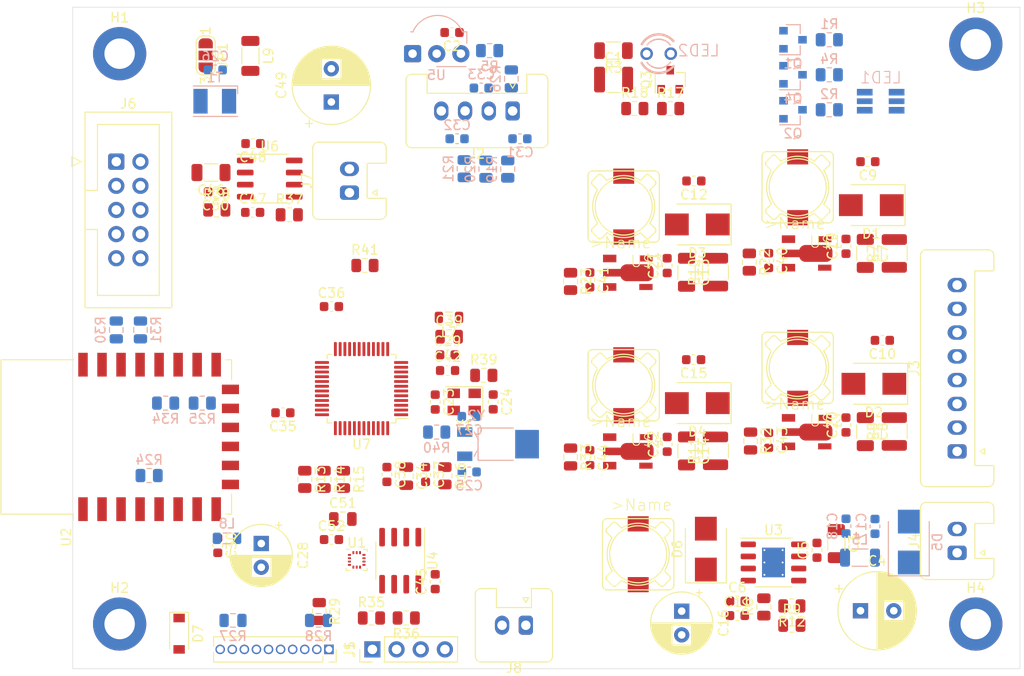
<source format=kicad_pcb>
(kicad_pcb (version 20171130) (host pcbnew "(5.1.8)-1")
  (layers (0 Top signal) (31 Bottom signal) (34 B.Paste user) (35 F.Paste user) (36 B.SilkS user) (37 F.SilkS user) (38 B.Mask user) (39 F.Mask user) (44 Edge.Cuts user))
  (net 0 "")
  (net 1 GND)
  (net 2 +12V)
  (net 3 "Net-(C2-Pad1)")
  (net 4 "Net-(C12-Pad1)")
  (net 5 "Net-(LED1-Pad6)")
  (net 6 "Net-(LED1-Pad5)")
  (net 7 "Net-(LED1-Pad4)")
  (net 8 "Net-(C9-Pad2)")
  (net 9 "Net-(C9-Pad1)")
  (net 10 "Net-(LED2-PadK)")
  (net 11 "Net-(LED2-PadA)")
  (net 12 "Net-(Q3-Pad1)")
  (net 13 "Net-(C10-Pad1)")
  (net 14 "Net-(C11-Pad2)")
  (net 15 "Net-(C11-Pad1)")
  (net 16 "Net-(C12-Pad2)")
  (net 17 "Net-(C10-Pad2)")
  (net 18 "Net-(C15-Pad2)")
  (net 19 "Net-(C15-Pad1)")
  (net 20 +3V3)
  (net 21 "Net-(Q1-Pad3)")
  (net 22 "Net-(Q2-Pad3)")
  (net 23 "Net-(Q4-Pad3)")
  (net 24 "Net-(R12-Pad1)")
  (net 25 "Net-(D1-Pad2)")
  (net 26 "Net-(D2-Pad2)")
  (net 27 "Net-(D3-Pad2)")
  (net 28 "Net-(D4-Pad2)")
  (net 29 "Net-(D6-Pad2)")
  (net 30 /Control/ENC_SW)
  (net 31 /Control/IR_IN)
  (net 32 /Control/BRIGHT_IN)
  (net 33 "Net-(C31-Pad1)")
  (net 34 "Net-(C32-Pad1)")
  (net 35 "Net-(C33-Pad1)")
  (net 36 "Net-(C37-Pad1)")
  (net 37 "Net-(C40-Pad2)")
  (net 38 "Net-(C41-Pad2)")
  (net 39 /Control/STATUS_LED_R_PWM)
  (net 40 /Control/STATUS_LED_G_PWM)
  (net 41 /Control/STATUS_LED_B_PWM)
  (net 42 /Control/BRIGHT_LOW)
  (net 43 /Control/BRIGHT_HIGH)
  (net 44 /Control/IR_OUT)
  (net 45 /Control/ENC_A)
  (net 46 /Control/ENC_B)
  (net 47 LED_1_PWM)
  (net 48 LED_2_PWM)
  (net 49 "Net-(R24-Pad2)")
  (net 50 /Control/BOOT0)
  (net 51 /Control/NRST)
  (net 52 "Net-(C43-Pad2)")
  (net 53 "Net-(C44-Pad2)")
  (net 54 "Net-(D7-Pad2)")
  (net 55 "Net-(J1-Pad8)")
  (net 56 /Control/SWCLK)
  (net 57 /Control/SWDIO)
  (net 58 "Net-(J1-Pad2)")
  (net 59 LED_3_PWM)
  (net 60 LED_4_PWM)
  (net 61 "Net-(J1-Pad7)")
  (net 62 /Control/SDA)
  (net 63 /Control/SCL)
  (net 64 "Net-(U2-Pad20)")
  (net 65 "Net-(U2-Pad14)")
  (net 66 "Net-(U2-Pad13)")
  (net 67 "Net-(U2-Pad12)")
  (net 68 "Net-(U2-Pad11)")
  (net 69 "Net-(U2-Pad10)")
  (net 70 "Net-(U2-Pad9)")
  (net 71 "Net-(U2-Pad6)")
  (net 72 "Net-(U2-Pad4)")
  (net 73 "Net-(U2-Pad2)")
  (net 74 "Net-(U3-Pad6)")
  (net 75 "Net-(U3-Pad2)")
  (net 76 "Net-(C28-Pad1)")
  (net 77 "Net-(R34-Pad2)")
  (net 78 /Control/LCD_RST)
  (net 79 /Control/LCD_SCK)
  (net 80 /Control/LCD_BACKLIGHT_PWM)
  (net 81 /Control/LCD_A0)
  (net 82 /Control/LCD_CS)
  (net 83 /Control/LCD_MOSI)
  (net 84 "Net-(J6-Pad1)")
  (net 85 /Control/LCD_Backlight_PWM)
  (net 86 /Control/VDDA)
  (net 87 /Control/HFOSCin)
  (net 88 /Control/LFOSCin)
  (net 89 /Control/LFOSCout)
  (net 90 /Control/HFOSCout)
  (net 91 +12VA)
  (net 92 Audio)
  (net 93 "Net-(C46-Pad1)")
  (net 94 Volume)
  (net 95 "Net-(C48-Pad2)")
  (net 96 "Net-(C48-Pad1)")
  (net 97 "Net-(C49-Pad2)")
  (net 98 "Net-(J7-Pad2)")
  (net 99 "Net-(J7-Pad1)")
  (net 100 "Net-(U6-Pad7)")
  (net 101 "Net-(C46-Pad2)")
  (net 102 "Net-(J8-Pad1)")
  (net 103 "Net-(C47-Pad2)")
  (net 104 "Net-(C24-Pad1)")
  (net 105 "Net-(C27-Pad1)")
  (net 106 /Control/USART1_TX)
  (net 107 "Net-(R25-Pad1)")
  (net 108 /Control/USART1_RX)
  (net 109 /Control/INT1)
  (net 110 /Control/INT2)
  (net 111 /Control/ESP_GPIO_0)
  (net 112 "Net-(U2-Pad7)")
  (net 113 /Control/ESP_RST)
  (module Package_QFP:LQFP-48_7x7mm_P0.5mm (layer Top) (at 130.429 110.236 180)
    (fp_text reference U7 (at 0 -5.85) (layer F.SilkS))
    (fp_text value STM32L151CBTx)
    (pad 48 smd roundrect (at -2.75 -4.1625 180) (size 0.3 1.475) (layers Top F.Paste F.Mask) (net 20 +3V3))
    (pad 47 smd roundrect (at -2.25 -4.1625 180) (size 0.3 1.475) (layers Top F.Paste F.Mask) (net 1 GND))
    (pad 46 smd roundrect (at -1.75 -4.1625 180) (size 0.3 1.475) (layers Top F.Paste F.Mask) (net 62 /Control/SDA))
    (pad 45 smd roundrect (at -1.25 -4.1625 180) (size 0.3 1.475) (layers Top F.Paste F.Mask) (net 63 /Control/SCL))
    (pad 44 smd roundrect (at -0.75 -4.1625 180) (size 0.3 1.475) (layers Top F.Paste F.Mask) (net 50 /Control/BOOT0))
    (pad 43 smd roundrect (at -0.25 -4.1625 180) (size 0.3 1.475) (layers Top F.Paste F.Mask) (net 45 /Control/ENC_A))
    (pad 42 smd roundrect (at 0.25 -4.1625 180) (size 0.3 1.475) (layers Top F.Paste F.Mask) (net 46 /Control/ENC_B))
    (pad 41 smd roundrect (at 0.75 -4.1625 180) (size 0.3 1.475) (layers Top F.Paste F.Mask) (net 110 /Control/INT2))
    (pad 40 smd roundrect (at 1.25 -4.1625 180) (size 0.3 1.475) (layers Top F.Paste F.Mask) (net 42 /Control/BRIGHT_LOW))
    (pad 39 smd roundrect (at 1.75 -4.1625 180) (size 0.3 1.475) (layers Top F.Paste F.Mask) (net 43 /Control/BRIGHT_HIGH))
    (pad 38 smd roundrect (at 2.25 -4.1625 180) (size 0.3 1.475) (layers Top F.Paste F.Mask) (net 48 LED_2_PWM))
    (pad 37 smd roundrect (at 2.75 -4.1625 180) (size 0.3 1.475) (layers Top F.Paste F.Mask) (net 56 /Control/SWCLK))
    (pad 36 smd roundrect (at 4.1625 -2.75 180) (size 1.475 0.3) (layers Top F.Paste F.Mask) (net 20 +3V3))
    (pad 35 smd roundrect (at 4.1625 -2.25 180) (size 1.475 0.3) (layers Top F.Paste F.Mask) (net 1 GND))
    (pad 34 smd roundrect (at 4.1625 -1.75 180) (size 1.475 0.3) (layers Top F.Paste F.Mask) (net 57 /Control/SWDIO))
    (pad 33 smd roundrect (at 4.1625 -1.25 180) (size 1.475 0.3) (layers Top F.Paste F.Mask) (net 81 /Control/LCD_A0))
    (pad 32 smd roundrect (at 4.1625 -0.75 180) (size 1.475 0.3) (layers Top F.Paste F.Mask) (net 82 /Control/LCD_CS))
    (pad 31 smd roundrect (at 4.1625 -0.25 180) (size 1.475 0.3) (layers Top F.Paste F.Mask) (net 108 /Control/USART1_RX))
    (pad 30 smd roundrect (at 4.1625 0.25 180) (size 1.475 0.3) (layers Top F.Paste F.Mask) (net 106 /Control/USART1_TX))
    (pad 29 smd roundrect (at 4.1625 0.75 180) (size 1.475 0.3) (layers Top F.Paste F.Mask) (net 78 /Control/LCD_RST))
    (pad 28 smd roundrect (at 4.1625 1.25 180) (size 1.475 0.3) (layers Top F.Paste F.Mask) (net 83 /Control/LCD_MOSI))
    (pad 27 smd roundrect (at 4.1625 1.75 180) (size 1.475 0.3) (layers Top F.Paste F.Mask) (net 32 /Control/BRIGHT_IN))
    (pad 26 smd roundrect (at 4.1625 2.25 180) (size 1.475 0.3) (layers Top F.Paste F.Mask) (net 79 /Control/LCD_SCK))
    (pad 25 smd roundrect (at 4.1625 2.75 180) (size 1.475 0.3) (layers Top F.Paste F.Mask) (net 44 /Control/IR_OUT))
    (pad 24 smd roundrect (at 2.75 4.1625 180) (size 0.3 1.475) (layers Top F.Paste F.Mask) (net 20 +3V3))
    (pad 23 smd roundrect (at 2.25 4.1625 180) (size 0.3 1.475) (layers Top F.Paste F.Mask) (net 1 GND))
    (pad 22 smd roundrect (at 1.75 4.1625 180) (size 0.3 1.475) (layers Top F.Paste F.Mask) (net 60 LED_4_PWM))
    (pad 21 smd roundrect (at 1.25 4.1625 180) (size 0.3 1.475) (layers Top F.Paste F.Mask) (net 59 LED_3_PWM))
    (pad 20 smd roundrect (at 0.75 4.1625 180) (size 0.3 1.475) (layers Top F.Paste F.Mask) (net 113 /Control/ESP_RST))
    (pad 19 smd roundrect (at 0.25 4.1625 180) (size 0.3 1.475) (layers Top F.Paste F.Mask) (net 85 /Control/LCD_Backlight_PWM))
    (pad 18 smd roundrect (at -0.25 4.1625 180) (size 0.3 1.475) (layers Top F.Paste F.Mask) (net 41 /Control/STATUS_LED_B_PWM))
    (pad 17 smd roundrect (at -0.75 4.1625 180) (size 0.3 1.475) (layers Top F.Paste F.Mask) (net 40 /Control/STATUS_LED_G_PWM))
    (pad 16 smd roundrect (at -1.25 4.1625 180) (size 0.3 1.475) (layers Top F.Paste F.Mask) (net 39 /Control/STATUS_LED_R_PWM))
    (pad 15 smd roundrect (at -1.75 4.1625 180) (size 0.3 1.475) (layers Top F.Paste F.Mask) (net 94 Volume))
    (pad 14 smd roundrect (at -2.25 4.1625 180) (size 0.3 1.475) (layers Top F.Paste F.Mask) (net 92 Audio))
    (pad 13 smd roundrect (at -2.75 4.1625 180) (size 0.3 1.475) (layers Top F.Paste F.Mask) (net 109 /Control/INT1))
    (pad 12 smd roundrect (at -4.1625 2.75 180) (size 1.475 0.3) (layers Top F.Paste F.Mask) (net 31 /Control/IR_IN))
    (pad 11 smd roundrect (at -4.1625 2.25 180) (size 1.475 0.3) (layers Top F.Paste F.Mask) (net 47 LED_1_PWM))
    (pad 10 smd roundrect (at -4.1625 1.75 180) (size 1.475 0.3) (layers Top F.Paste F.Mask) (net 30 /Control/ENC_SW))
    (pad 9 smd roundrect (at -4.1625 1.25 180) (size 1.475 0.3) (layers Top F.Paste F.Mask) (net 86 /Control/VDDA))
    (pad 8 smd roundrect (at -4.1625 0.75 180) (size 1.475 0.3) (layers Top F.Paste F.Mask) (net 1 GND))
    (pad 7 smd roundrect (at -4.1625 0.25 180) (size 1.475 0.3) (layers Top F.Paste F.Mask) (net 51 /Control/NRST))
    (pad 6 smd roundrect (at -4.1625 -0.25 180) (size 1.475 0.3) (layers Top F.Paste F.Mask) (net 90 /Control/HFOSCout))
    (pad 5 smd roundrect (at -4.1625 -0.75 180) (size 1.475 0.3) (layers Top F.Paste F.Mask) (net 87 /Control/HFOSCin))
    (pad 4 smd roundrect (at -4.1625 -1.25 180) (size 1.475 0.3) (layers Top F.Paste F.Mask) (net 89 /Control/LFOSCout))
    (pad 3 smd roundrect (at -4.1625 -1.75 180) (size 1.475 0.3) (layers Top F.Paste F.Mask) (net 88 /Control/LFOSCin))
    (pad 2 smd roundrect (at -4.1625 -2.25 180) (size 1.475 0.3) (layers Top F.Paste F.Mask) (net 111 /Control/ESP_GPIO_0))
    (pad 1 smd roundrect (at -4.1625 -2.75 180) (size 1.475 0.3) (layers Top F.Paste F.Mask) (net 36 "Net-(C37-Pad1)"))
  )
  (module Package_LGA:LGA-14_2x2mm_P0.35mm_LayoutBorder3x4y (layer Top) (at 129.9205 128.253)
    (fp_text reference U1 (at 0 -1.8) (layer F.SilkS))
    (fp_text value LIS2DH)
    (pad 14 smd roundrect (at -0.35 -0.7625) (size 0.2 0.325) (layers Top F.Paste F.Mask) (net 1 GND))
    (pad 13 smd roundrect (at 0 -0.7625) (size 0.2 0.325) (layers Top F.Paste F.Mask) (net 1 GND))
    (pad 12 smd roundrect (at 0.35 -0.7625) (size 0.2 0.325) (layers Top F.Paste F.Mask) (net 1 GND))
    (pad 11 smd roundrect (at 0.7625 -0.525) (size 0.325 0.2) (layers Top F.Paste F.Mask) (net 1 GND))
    (pad 10 smd roundrect (at 0.7625 -0.175) (size 0.325 0.2) (layers Top F.Paste F.Mask) (net 1 GND))
    (pad 9 smd roundrect (at 0.7625 0.175) (size 0.325 0.2) (layers Top F.Paste F.Mask) (net 1 GND))
    (pad 8 smd roundrect (at 0.7625 0.525) (size 0.325 0.2) (layers Top F.Paste F.Mask) (net 20 +3V3))
    (pad 7 smd roundrect (at 0.35 0.7625) (size 0.2 0.325) (layers Top F.Paste F.Mask) (net 20 +3V3))
    (pad 6 smd roundrect (at 0 0.7625) (size 0.2 0.325) (layers Top F.Paste F.Mask) (net 109 /Control/INT1))
    (pad 5 smd roundrect (at -0.35 0.7625) (size 0.2 0.325) (layers Top F.Paste F.Mask) (net 110 /Control/INT2))
    (pad 4 smd roundrect (at -0.7625 0.525) (size 0.325 0.2) (layers Top F.Paste F.Mask) (net 20 +3V3))
    (pad 3 smd roundrect (at -0.7625 0.175) (size 0.325 0.2) (layers Top F.Paste F.Mask) (net 1 GND))
    (pad 2 smd roundrect (at -0.7625 -0.175) (size 0.325 0.2) (layers Top F.Paste F.Mask) (net 62 /Control/SDA))
    (pad 1 smd roundrect (at -0.7625 -0.525) (size 0.325 0.2) (layers Top F.Paste F.Mask) (net 63 /Control/SCL))
  )
  (module Resistor_SMD:R_0805_2012Metric (layer Top) (at 130.7865 97.282)
    (fp_text reference R41 (at 0 -1.65) (layer F.SilkS))
    (fp_text value 10k)
    (pad 2 smd roundrect (at 0.9125 0) (size 1.025 1.4) (layers Top F.Paste F.Mask) (roundrect_rratio 0.243902) (net 1 GND))
    (pad 1 smd roundrect (at -0.9125 0) (size 1.025 1.4) (layers Top F.Paste F.Mask) (roundrect_rratio 0.243902) (net 78 /Control/LCD_RST))
  )
  (module Capacitor_SMD:C_0603_1608Metric (layer Top) (at 127.267 126.111)
    (fp_text reference C52 (at 0 -1.43) (layer F.SilkS))
    (fp_text value 220n)
    (pad 2 smd roundrect (at 0.775 0) (size 0.9 0.95) (layers Top F.Paste F.Mask) (net 1 GND))
    (pad 1 smd roundrect (at -0.775 0) (size 0.9 0.95) (layers Top F.Paste F.Mask) (net 20 +3V3))
  )
  (module Capacitor_SMD:C_0805_2012Metric (layer Top) (at 128.463 123.952)
    (fp_text reference C51 (at 0 -1.68) (layer F.SilkS))
    (fp_text value 10µ)
    (pad 2 smd roundrect (at 0.95 0) (size 1 1.45) (layers Top F.Paste F.Mask) (net 1 GND))
    (pad 1 smd roundrect (at -0.95 0) (size 1 1.45) (layers Top F.Paste F.Mask) (net 20 +3V3))
  )
  (module Resistor_SMD:R_0805_2012Metric (layer Bottom) (at 138.3265 114.808)
    (fp_text reference R40 (at 0 1.65) (layer B.SilkS) (effects (justify mirror)))
    (fp_text value 220k)
    (pad 2 smd roundrect (at 0.9125 0) (size 1.025 1.4) (layers Bottom B.Paste B.Mask) (roundrect_rratio 0.243902) (net 105 "Net-(C27-Pad1)"))
    (pad 1 smd roundrect (at -0.9125 0) (size 1.025 1.4) (layers Bottom B.Paste B.Mask) (roundrect_rratio 0.243902) (net 89 /Control/LFOSCout))
  )
  (module Resistor_SMD:R_0805_2012Metric (layer Top) (at 143.2795 108.839)
    (fp_text reference R39 (at 0 -1.65) (layer F.SilkS))
    (fp_text value 470)
    (pad 2 smd roundrect (at 0.9125 0) (size 1.025 1.4) (layers Top F.Paste F.Mask) (roundrect_rratio 0.243902) (net 104 "Net-(C24-Pad1)"))
    (pad 1 smd roundrect (at -0.9125 0) (size 1.025 1.4) (layers Top F.Paste F.Mask) (roundrect_rratio 0.243902) (net 90 /Control/HFOSCout))
  )
  (module Resistor_SMD:R_0805_2012Metric (layer Top) (at 122.8325 91.948)
    (fp_text reference R37 (at 0 -1.65) (layer F.SilkS))
    (fp_text value 100)
    (pad 2 smd roundrect (at 0.9125 0) (size 1.025 1.4) (layers Top F.Paste F.Mask) (roundrect_rratio 0.243902) (net 94 Volume))
    (pad 1 smd roundrect (at -0.9125 0) (size 1.025 1.4) (layers Top F.Paste F.Mask) (roundrect_rratio 0.243902) (net 103 "Net-(C47-Pad2)"))
  )
  (module Resistor_SMD:R_0805_2012Metric (layer Top) (at 139.192 119.4035 270)
    (fp_text reference R16 (at 0 -1.65 90) (layer F.SilkS))
    (fp_text value 100)
    (pad 2 smd roundrect (at 0.9125 0 270) (size 1.025 1.4) (layers Top F.Paste F.Mask) (roundrect_rratio 0.243902) (net 102 "Net-(J8-Pad1)"))
    (pad 1 smd roundrect (at -0.9125 0 270) (size 1.025 1.4) (layers Top F.Paste F.Mask) (roundrect_rratio 0.243902) (net 36 "Net-(C37-Pad1)"))
  )
  (module Connector_Stocko:Stocko_MKS_1652-6-0-202_1x2_P2.50mm_Vertical (layer Top) (at 147.701 135.128 180)
    (fp_text reference J8 (at 1.25 -4.5) (layer F.SilkS))
    (fp_text value Conn_01x02)
    (pad 2 thru_hole oval (at 2.5 0 180) (size 1.5 2) (drill 1) (layers *.Cu *.Mask) (net 1 GND))
    (pad 1 thru_hole roundrect (at 0 0 180) (size 1.5 2) (drill 1) (layers *.Cu *.Mask) (net 102 "Net-(J8-Pad1)"))
  )
  (module Resistor_SMD:R_0805_2012Metric (layer Top) (at 115.2125 91.44)
    (fp_text reference R38 (at 0 -1.65) (layer F.SilkS))
    (fp_text value 100)
    (pad 2 smd roundrect (at 0.9125 0) (size 1.025 1.4) (layers Top F.Paste F.Mask) (roundrect_rratio 0.243902) (net 92 Audio))
    (pad 1 smd roundrect (at -0.9125 0) (size 1.025 1.4) (layers Top F.Paste F.Mask) (roundrect_rratio 0.243902) (net 101 "Net-(C46-Pad2)"))
  )
  (module Capacitor_SMD:C_0603_1608Metric (layer Top) (at 115.075 89.535 180)
    (fp_text reference C50 (at 0 -1.43) (layer F.SilkS))
    (fp_text value 1n)
    (pad 2 smd roundrect (at 0.775 0 180) (size 0.9 0.95) (layers Top F.Paste F.Mask) (net 101 "Net-(C46-Pad2)"))
    (pad 1 smd roundrect (at -0.775 0 180) (size 0.9 0.95) (layers Top F.Paste F.Mask) (net 1 GND))
  )
  (module Package_SO:SO-8_3.9x4.9mm_P1.27mm (layer Top) (at 120.777 88.138)
    (fp_text reference U6 (at 0 -3.4) (layer F.SilkS))
    (fp_text value TDA7052A)
    (pad 8 smd roundrect (at 2.575 -1.905) (size 1.75 0.6) (layers Top F.Paste F.Mask) (net 98 "Net-(J7-Pad2)"))
    (pad 7 smd roundrect (at 2.575 -0.635) (size 1.75 0.6) (layers Top F.Paste F.Mask) (net 100 "Net-(U6-Pad7)"))
    (pad 6 smd roundrect (at 2.575 0.635) (size 1.75 0.6) (layers Top F.Paste F.Mask) (net 1 GND))
    (pad 5 smd roundrect (at 2.575 1.905) (size 1.75 0.6) (layers Top F.Paste F.Mask) (net 99 "Net-(J7-Pad1)"))
    (pad 4 smd roundrect (at -2.575 1.905) (size 1.75 0.6) (layers Top F.Paste F.Mask) (net 103 "Net-(C47-Pad2)"))
    (pad 3 smd roundrect (at -2.575 0.635) (size 1.75 0.6) (layers Top F.Paste F.Mask) (net 1 GND))
    (pad 2 smd roundrect (at -2.575 -0.635) (size 1.75 0.6) (layers Top F.Paste F.Mask) (net 93 "Net-(C46-Pad1)"))
    (pad 1 smd roundrect (at -2.575 -1.905) (size 1.75 0.6) (layers Top F.Paste F.Mask) (net 95 "Net-(C48-Pad2)"))
  )
  (module Inductor_SMD:L_1206_3216Metric (layer Top) (at 118.745 75.235 270)
    (fp_text reference L9 (at 0 -1.9 90) (layer F.SilkS))
    (fp_text value BLM31PG121)
    (pad 2 smd roundrect (at 1.575 0 270) (size 1.05 1.9) (layers Top F.Paste F.Mask) (roundrect_rratio 0.238095) (net 95 "Net-(C48-Pad2)"))
    (pad 1 smd roundrect (at -1.575 0 270) (size 1.05 1.9) (layers Top F.Paste F.Mask) (roundrect_rratio 0.238095) (net 91 +12VA))
  )
  (module Connector_Stocko:Stocko_MKS_1652-6-0-202_1x2_P2.50mm_Vertical (layer Top) (at 129.159 89.622 90)
    (fp_text reference J7 (at 1.25 -4.5 90) (layer F.SilkS))
    (fp_text value Conn_01x02)
    (pad 2 thru_hole oval (at 2.5 0 90) (size 1.5 2) (drill 1) (layers *.Cu *.Mask) (net 98 "Net-(J7-Pad2)"))
    (pad 1 thru_hole roundrect (at 0 0 90) (size 1.5 2) (drill 1) (layers *.Cu *.Mask) (net 99 "Net-(J7-Pad1)"))
  )
  (module Capacitor_THT:CP_Radial_D8.0mm_P3.50mm (layer Top) (at 127.254 80.081 90)
    (fp_text reference C49 (at 1.75 -5.25 90) (layer F.SilkS))
    (fp_text value "470µF / 25V")
    (pad 2 thru_hole circle (at 3.5 0 90) (size 1.6 1.6) (drill 0.8) (layers *.Cu *.Mask) (net 97 "Net-(C49-Pad2)"))
    (pad 1 thru_hole rect (at 0 0 90) (size 1.6 1.6) (drill 0.8) (layers *.Cu *.Mask) (net 95 "Net-(C48-Pad2)"))
  )
  (module Capacitor_SMD:C_0603_1608Metric (layer Top) (at 119.012 84.455 180)
    (fp_text reference C48 (at 0 -1.43) (layer F.SilkS))
    (fp_text value "220nF / 25V")
    (pad 2 smd roundrect (at 0.775 0 180) (size 0.9 0.95) (layers Top F.Paste F.Mask) (net 95 "Net-(C48-Pad2)"))
    (pad 1 smd roundrect (at -0.775 0 180) (size 0.9 0.95) (layers Top F.Paste F.Mask) (net 96 "Net-(C48-Pad1)"))
  )
  (module Capacitor_SMD:C_0603_1608Metric (layer Top) (at 118.986 91.694)
    (fp_text reference C47 (at 0 -1.43) (layer F.SilkS))
    (fp_text value "220nF / 25V")
    (pad 2 smd roundrect (at 0.775 0) (size 0.9 0.95) (layers Top F.Paste F.Mask) (net 103 "Net-(C47-Pad2)"))
    (pad 1 smd roundrect (at -0.775 0) (size 0.9 0.95) (layers Top F.Paste F.Mask) (net 1 GND))
  )
  (module Capacitor_SMD:C_1206_3216Metric (layer Top) (at 114.603 87.503 180)
    (fp_text reference C46 (at 0 -1.85) (layer F.SilkS))
    (fp_text value "1µF / 50V X7R")
    (pad 2 smd roundrect (at 1.475 0 180) (size 1.15 1.8) (layers Top F.Paste F.Mask) (roundrect_rratio 0.217391) (net 101 "Net-(C46-Pad2)"))
    (pad 1 smd roundrect (at -1.475 0 180) (size 1.15 1.8) (layers Top F.Paste F.Mask) (roundrect_rratio 0.217391) (net 93 "Net-(C46-Pad1)"))
  )
  (module Jumper:SolderJumper-3_P1.3mm_Open_RoundedPad1.0x1.5mm_NumberLabels (layer Top) (at 114.046 75.184 270)
    (fp_text reference JP1 (at 0 -1.8 90) (layer F.SilkS))
    (fp_text value SolderJumper_3_Open)
    (fp_text user 1 (at -2.6 0 90) (layer F.SilkS))
    (fp_text user 3 (at 2.6 0 90) (layer F.SilkS))
    (pad 2 smd rect (at 0 0 270) (size 1 1.5) (layers Top F.Mask) (net 84 "Net-(J6-Pad1)"))
    (pad 3 smd custom (at 1.3 0 270) (size 1 0.5) (layers Top F.Mask) (net 20 +3V3) (options (clearance outline) (anchor rect)) (primitives (gr_circle (center 0 0.25) (end 0.5 0.25) (width 0)) (gr_circle (center 0 -0.25) (end 0.5 -0.25) (width 0)) (gr_poly (pts (xy -0.55 -0.75) (xy 0 -0.75) (xy 0 0.75) (xy -0.55 0.75)) (width 0))))
    (pad 1 smd custom (at -1.3 0 270) (size 1 0.5) (layers Top F.Mask) (net 2 +12V) (options (clearance outline) (anchor rect)) (primitives (gr_circle (center 0 0.25) (end 0.5 0.25) (width 0)) (gr_circle (center 0 -0.25) (end 0.5 -0.25) (width 0)) (gr_poly (pts (xy 0.55 -0.75) (xy 0 -0.75) (xy 0 0.75) (xy 0.55 0.75)) (width 0))))
  )
  (module Connector_IDC:IDC-Header_2x05_P2.54mm_Vertical (layer Top) (at 104.648 86.36)
    (fp_text reference J6 (at 1.27 -6.1) (layer F.SilkS))
    (fp_text value Conn_02x05_Odd_Even)
    (pad 10 thru_hole circle (at 2.54 10.16) (size 1.7 1.7) (drill 1) (layers *.Cu *.Mask) (net 78 /Control/LCD_RST))
    (pad 8 thru_hole circle (at 2.54 7.62) (size 1.7 1.7) (drill 1) (layers *.Cu *.Mask) (net 79 /Control/LCD_SCK))
    (pad 6 thru_hole circle (at 2.54 5.08) (size 1.7 1.7) (drill 1) (layers *.Cu *.Mask) (net 60 LED_4_PWM))
    (pad 4 thru_hole circle (at 2.54 2.54) (size 1.7 1.7) (drill 1) (layers *.Cu *.Mask) (net 80 /Control/LCD_BACKLIGHT_PWM))
    (pad 2 thru_hole circle (at 2.54 0) (size 1.7 1.7) (drill 1) (layers *.Cu *.Mask) (net 1 GND))
    (pad 9 thru_hole circle (at 0 10.16) (size 1.7 1.7) (drill 1) (layers *.Cu *.Mask) (net 81 /Control/LCD_A0))
    (pad 7 thru_hole circle (at 0 7.62) (size 1.7 1.7) (drill 1) (layers *.Cu *.Mask) (net 82 /Control/LCD_CS))
    (pad 5 thru_hole circle (at 0 5.08) (size 1.7 1.7) (drill 1) (layers *.Cu *.Mask) (net 83 /Control/LCD_MOSI))
    (pad 3 thru_hole circle (at 0 2.54) (size 1.7 1.7) (drill 1) (layers *.Cu *.Mask) (net 59 LED_3_PWM))
    (pad 1 thru_hole roundrect (at 0 0) (size 1.7 1.7) (drill 1) (layers *.Cu *.Mask) (roundrect_rratio 0.147059) (net 84 "Net-(J6-Pad1)"))
  )
  (module OptoDevice:Vishay_MOLD-3Pin (layer Bottom) (at 135.793 75)
    (fp_text reference U5 (at 2.5 2.25 180) (layer B.SilkS) (effects (justify mirror)))
    (fp_text value TSOP348xx)
    (pad 3 thru_hole circle (at 5.08 0) (size 1.8 1.8) (drill 0.9) (layers *.Cu *.Mask) (net 3 "Net-(C2-Pad1)"))
    (pad 2 thru_hole circle (at 2.54 0) (size 1.8 1.8) (drill 0.9) (layers *.Cu *.Mask) (net 1 GND))
    (pad 1 thru_hole roundrect (at 0 0) (size 1.8 1.8) (drill 0.9) (layers *.Cu *.Mask) (roundrect_rratio 0.138) (net 31 /Control/IR_IN))
  )
  (module Package_SO:SOIC-8_3.9x4.9mm_P1.27mm (layer Top) (at 134.493 128.335 270)
    (fp_text reference U4 (at 0 -3.4 90) (layer F.SilkS))
    (fp_text value 24LC16)
    (pad 8 smd roundrect (at 2.475 -1.905 270) (size 1.95 0.6) (layers Top F.Paste F.Mask) (net 20 +3V3))
    (pad 7 smd roundrect (at 2.475 -0.635 270) (size 1.95 0.6) (layers Top F.Paste F.Mask) (net 1 GND))
    (pad 6 smd roundrect (at 2.475 0.635 270) (size 1.95 0.6) (layers Top F.Paste F.Mask) (net 63 /Control/SCL))
    (pad 5 smd roundrect (at 2.475 1.905 270) (size 1.95 0.6) (layers Top F.Paste F.Mask) (net 62 /Control/SDA))
    (pad 4 smd roundrect (at -2.475 1.905 270) (size 1.95 0.6) (layers Top F.Paste F.Mask) (net 1 GND))
    (pad 3 smd roundrect (at -2.475 0.635 270) (size 1.95 0.6) (layers Top F.Paste F.Mask) (net 1 GND))
    (pad 2 smd roundrect (at -2.475 -0.635 270) (size 1.95 0.6) (layers Top F.Paste F.Mask) (net 1 GND))
    (pad 1 smd roundrect (at -2.475 -1.905 270) (size 1.95 0.6) (layers Top F.Paste F.Mask) (net 1 GND))
  )
  (module Resistor_SMD:R_0805_2012Metric (layer Top) (at 135.128 134.366 180)
    (fp_text reference R36 (at 0 -1.65) (layer F.SilkS))
    (fp_text value 10k)
    (pad 2 smd roundrect (at 0.9125 0 180) (size 1.025 1.4) (layers Top F.Paste F.Mask) (roundrect_rratio 0.243902) (net 63 /Control/SCL))
    (pad 1 smd roundrect (at -0.9125 0 180) (size 1.025 1.4) (layers Top F.Paste F.Mask) (roundrect_rratio 0.243902) (net 20 +3V3))
  )
  (module Resistor_SMD:R_0805_2012Metric (layer Top) (at 131.4685 134.366)
    (fp_text reference R35 (at 0 -1.65) (layer F.SilkS))
    (fp_text value 10k)
    (pad 2 smd roundrect (at 0.9125 0) (size 1.025 1.4) (layers Top F.Paste F.Mask) (roundrect_rratio 0.243902) (net 62 /Control/SDA))
    (pad 1 smd roundrect (at -0.9125 0) (size 1.025 1.4) (layers Top F.Paste F.Mask) (roundrect_rratio 0.243902) (net 20 +3V3))
  )
  (module Connector_PinHeader_2.54mm:PinHeader_1x04_P2.54mm_Vertical (layer Top) (at 131.572 137.668 90)
    (fp_text reference J5 (at 0 -2.33 90) (layer F.SilkS))
    (fp_text value Conn_01x04_Male)
    (pad 4 thru_hole oval (at 0 7.62 90) (size 1.7 1.7) (drill 1) (layers *.Cu *.Mask) (net 20 +3V3))
    (pad 3 thru_hole oval (at 0 5.08 90) (size 1.7 1.7) (drill 1) (layers *.Cu *.Mask) (net 1 GND))
    (pad 2 thru_hole oval (at 0 2.54 90) (size 1.7 1.7) (drill 1) (layers *.Cu *.Mask) (net 62 /Control/SDA))
    (pad 1 thru_hole rect (at 0 0 90) (size 1.7 1.7) (drill 1) (layers *.Cu *.Mask) (net 63 /Control/SCL))
  )
  (module Capacitor_SMD:C_0603_1608Metric (layer Top) (at 138.176 130.543 90)
    (fp_text reference C45 (at 0 -1.43 90) (layer F.SilkS))
    (fp_text value 220n)
    (pad 2 smd roundrect (at 0.775 0 90) (size 0.9 0.95) (layers Top F.Paste F.Mask) (net 1 GND))
    (pad 1 smd roundrect (at -0.775 0 90) (size 0.9 0.95) (layers Top F.Paste F.Mask) (net 20 +3V3))
  )
  (module Resistor_SMD:R_0805_2012Metric (layer Bottom) (at 109.8315 111.76)
    (fp_text reference R34 (at 0 1.65) (layer B.SilkS) (effects (justify mirror)))
    (fp_text value 10k)
    (pad 2 smd roundrect (at 0.9125 0) (size 1.025 1.4) (layers Bottom B.Paste B.Mask) (roundrect_rratio 0.243902) (net 77 "Net-(R34-Pad2)"))
    (pad 1 smd roundrect (at -0.9125 0) (size 1.025 1.4) (layers Bottom B.Paste B.Mask) (roundrect_rratio 0.243902) (net 76 "Net-(C28-Pad1)"))
  )
  (module Inductor_SMD:L_0805_2012Metric (layer Bottom) (at 116.2855 125.984 180)
    (fp_text reference L8 (at 0 1.55) (layer B.SilkS) (effects (justify mirror)))
    (fp_text value BLM18)
    (pad 2 smd roundrect (at 1.0625 0 180) (size 0.875 1.2) (layers Bottom B.Paste B.Mask) (net 76 "Net-(C28-Pad1)"))
    (pad 1 smd roundrect (at -1.0625 0 180) (size 0.875 1.2) (layers Bottom B.Paste B.Mask) (net 20 +3V3))
  )
  (module MountingHole:MountingHole_3.2mm_M3_DIN965_Pad (layer Top) (at 195 135)
    (fp_text reference H4 (at 0 -3.8) (layer F.SilkS))
    (fp_text value MountingHole_Pad)
    (pad 1 thru_hole circle (at 0 0) (size 5.6 5.6) (drill 3.2) (layers *.Cu *.Mask) (net 1 GND))
  )
  (module MountingHole:MountingHole_3.2mm_M3_DIN965_Pad (layer Top) (at 195 74)
    (fp_text reference H3 (at 0 -3.8) (layer F.SilkS))
    (fp_text value MountingHole_Pad)
    (pad 1 thru_hole circle (at 0 0) (size 5.6 5.6) (drill 3.2) (layers *.Cu *.Mask) (net 1 GND))
  )
  (module MountingHole:MountingHole_3.2mm_M3_DIN965_Pad (layer Top) (at 105 135)
    (fp_text reference H2 (at 0 -3.8) (layer F.SilkS))
    (fp_text value MountingHole_Pad)
    (pad 1 thru_hole circle (at 0 0) (size 5.6 5.6) (drill 3.2) (layers *.Cu *.Mask) (net 1 GND))
  )
  (module MountingHole:MountingHole_3.2mm_M3_DIN965_Pad (layer Top) (at 105 75)
    (fp_text reference H1 (at 0 -3.8) (layer F.SilkS))
    (fp_text value MountingHole_Pad)
    (pad 1 thru_hole circle (at 0 0) (size 5.6 5.6) (drill 3.2) (layers *.Cu *.Mask) (net 1 GND))
  )
  (module Connector_Stocko:Stocko_MKS_1652-6-0-202_1x2_P2.50mm_Vertical (layer Top) (at 193.04 127.508 90)
    (fp_text reference J4 (at 1.25 -4.5 90) (layer F.SilkS))
    (fp_text value Conn_01x02)
    (pad 2 thru_hole oval (at 2.5 0 90) (size 1.5 2) (drill 1) (layers *.Cu *.Mask) (net 1 GND))
    (pad 1 thru_hole roundrect (at 0 0 90) (size 1.5 2) (drill 1) (layers *.Cu *.Mask) (net 91 +12VA))
  )
  (module Connector_Stocko:Stocko_MKS_1658-6-0-808_1x8_P2.50mm_Vertical (layer Top) (at 193.04 116.84 90)
    (fp_text reference J3 (at 8.75 -4.5 90) (layer F.SilkS))
    (fp_text value Conn_01x08)
    (pad 8 thru_hole oval (at 17.5 0 90) (size 1.5 2) (drill 1) (layers *.Cu *.Mask) (net 8 "Net-(C9-Pad2)"))
    (pad 7 thru_hole oval (at 15 0 90) (size 1.5 2) (drill 1) (layers *.Cu *.Mask) (net 9 "Net-(C9-Pad1)"))
    (pad 6 thru_hole oval (at 12.5 0 90) (size 1.5 2) (drill 1) (layers *.Cu *.Mask) (net 16 "Net-(C12-Pad2)"))
    (pad 5 thru_hole oval (at 10 0 90) (size 1.5 2) (drill 1) (layers *.Cu *.Mask) (net 4 "Net-(C12-Pad1)"))
    (pad 4 thru_hole oval (at 7.5 0 90) (size 1.5 2) (drill 1) (layers *.Cu *.Mask) (net 17 "Net-(C10-Pad2)"))
    (pad 3 thru_hole oval (at 5 0 90) (size 1.5 2) (drill 1) (layers *.Cu *.Mask) (net 13 "Net-(C10-Pad1)"))
    (pad 2 thru_hole oval (at 2.5 0 90) (size 1.5 2) (drill 1) (layers *.Cu *.Mask) (net 18 "Net-(C15-Pad2)"))
    (pad 1 thru_hole roundrect (at 0 0 90) (size 1.5 2) (drill 1) (layers *.Cu *.Mask) (net 19 "Net-(C15-Pad1)"))
  )
  (module Connector_Stocko:Stocko_MKS_1654-6-0-404_1x4_P2.50mm_Vertical (layer Top) (at 146.311 81.026 180)
    (fp_text reference J2 (at 3.75 -4.5) (layer F.SilkS))
    (fp_text value Conn_01x04)
    (pad 4 thru_hole oval (at 7.5 0 180) (size 1.5 2) (drill 1) (layers *.Cu *.Mask) (net 1 GND))
    (pad 3 thru_hole oval (at 5 0 180) (size 1.5 2) (drill 1) (layers *.Cu *.Mask) (net 34 "Net-(C32-Pad1)"))
    (pad 2 thru_hole oval (at 2.5 0 180) (size 1.5 2) (drill 1) (layers *.Cu *.Mask) (net 35 "Net-(C33-Pad1)"))
    (pad 1 thru_hole roundrect (at 0 0 180) (size 1.5 2) (drill 1) (layers *.Cu *.Mask) (net 33 "Net-(C31-Pad1)"))
  )
  (module Resistor_SMD:R_0805_2012Metric (layer Top) (at 152.4 117.4265 270)
    (fp_text reference R33 (at 0 -1.65 90) (layer F.SilkS))
    (fp_text value 100)
    (pad 2 smd roundrect (at 0.9375 0 270) (size 0.975 1.4) (layers Top F.Paste F.Mask) (net 53 "Net-(C44-Pad2)"))
    (pad 1 smd roundrect (at -0.9375 0 270) (size 0.975 1.4) (layers Top F.Paste F.Mask) (net 60 LED_4_PWM))
  )
  (module Resistor_SMD:R_0805_2012Metric (layer Top) (at 171.323 115.7455 270)
    (fp_text reference R32 (at 0 -1.65 90) (layer F.SilkS))
    (fp_text value 100)
    (pad 2 smd roundrect (at 0.9375 0 270) (size 0.975 1.4) (layers Top F.Paste F.Mask) (net 52 "Net-(C43-Pad2)"))
    (pad 1 smd roundrect (at -0.9375 0 270) (size 0.975 1.4) (layers Top F.Paste F.Mask) (net 59 LED_3_PWM))
  )
  (module Resistor_SMD:R_0805_2012Metric (layer Bottom) (at 107.188 104.0615 90)
    (fp_text reference R31 (at 0 1.65 270) (layer B.SilkS) (effects (justify mirror)))
    (fp_text value 10k)
    (pad 2 smd roundrect (at 0.9375 0 90) (size 0.975 1.4) (layers Bottom B.Paste B.Mask) (net 1 GND))
    (pad 1 smd roundrect (at -0.9375 0 90) (size 0.975 1.4) (layers Bottom B.Paste B.Mask) (net 50 /Control/BOOT0))
  )
  (module Resistor_SMD:R_0805_2012Metric (layer Bottom) (at 104.648 104.0615 270)
    (fp_text reference R30 (at 0 1.65 270) (layer B.SilkS) (effects (justify mirror)))
    (fp_text value 10k)
    (pad 2 smd roundrect (at 0.9375 0 270) (size 0.975 1.4) (layers Bottom B.Paste B.Mask) (net 50 /Control/BOOT0))
    (pad 1 smd roundrect (at -0.9375 0 270) (size 0.975 1.4) (layers Bottom B.Paste B.Mask) (net 20 +3V3))
  )
  (module Resistor_SMD:R_0805_2012Metric (layer Top) (at 125.984 133.6825 270)
    (fp_text reference R29 (at 0 -1.65 90) (layer F.SilkS))
    (fp_text value 1k)
    (pad 2 smd roundrect (at 0.9375 0 270) (size 0.975 1.4) (layers Top F.Paste F.Mask) (net 58 "Net-(J1-Pad2)"))
    (pad 1 smd roundrect (at -0.9375 0 270) (size 0.975 1.4) (layers Top F.Paste F.Mask) (net 108 /Control/USART1_RX))
  )
  (module Resistor_SMD:R_0805_2012Metric (layer Bottom) (at 125.9055 134.62)
    (fp_text reference R28 (at 0 1.65) (layer B.SilkS) (effects (justify mirror)))
    (fp_text value 100k)
    (pad 2 smd roundrect (at 0.9375 0) (size 0.975 1.4) (layers Bottom B.Paste B.Mask) (net 20 +3V3))
    (pad 1 smd roundrect (at -0.9375 0) (size 0.975 1.4) (layers Bottom B.Paste B.Mask) (net 57 /Control/SWDIO))
  )
  (module Resistor_SMD:R_0805_2012Metric (layer Bottom) (at 116.9185 134.62)
    (fp_text reference R27 (at 0 1.65) (layer B.SilkS) (effects (justify mirror)))
    (fp_text value 1k)
    (pad 2 smd roundrect (at 0.9375 0) (size 0.975 1.4) (layers Bottom B.Paste B.Mask) (net 55 "Net-(J1-Pad8)"))
    (pad 1 smd roundrect (at -0.9375 0) (size 0.975 1.4) (layers Bottom B.Paste B.Mask) (net 51 /Control/NRST))
  )
  (module Resistor_SMD:R_0805_2012Metric (layer Bottom) (at 146.177 77.6455 270)
    (fp_text reference R26 (at 0 1.65 90) (layer B.SilkS) (effects (justify mirror)))
    (fp_text value 10k)
    (pad 2 smd roundrect (at 0.9375 0 270) (size 0.975 1.4) (layers Bottom B.Paste B.Mask) (net 33 "Net-(C31-Pad1)"))
    (pad 1 smd roundrect (at -0.9375 0 270) (size 0.975 1.4) (layers Bottom B.Paste B.Mask) (net 20 +3V3))
  )
  (module Connector_PinSocket_1.27mm:PinSocket_1x10_P1.27mm_Vertical (layer Top) (at 127 137.668 270)
    (fp_text reference J1 (at 0 -2.135 90) (layer F.SilkS))
    (fp_text value Conn_01x10)
    (pad 10 thru_hole oval (at 0 11.43 270) (size 1 1) (drill 0.7) (layers *.Cu *.Mask) (net 54 "Net-(D7-Pad2)"))
    (pad 9 thru_hole oval (at 0 10.16 270) (size 1 1) (drill 0.7) (layers *.Cu *.Mask) (net 106 /Control/USART1_TX))
    (pad 8 thru_hole oval (at 0 8.89 270) (size 1 1) (drill 0.7) (layers *.Cu *.Mask) (net 55 "Net-(J1-Pad8)"))
    (pad 7 thru_hole oval (at 0 7.62 270) (size 1 1) (drill 0.7) (layers *.Cu *.Mask) (net 61 "Net-(J1-Pad7)"))
    (pad 6 thru_hole oval (at 0 6.35 270) (size 1 1) (drill 0.7) (layers *.Cu *.Mask) (net 1 GND))
    (pad 5 thru_hole oval (at 0 5.08 270) (size 1 1) (drill 0.7) (layers *.Cu *.Mask) (net 56 /Control/SWCLK))
    (pad 4 thru_hole oval (at 0 3.81 270) (size 1 1) (drill 0.7) (layers *.Cu *.Mask) (net 1 GND))
    (pad 3 thru_hole oval (at 0 2.54 270) (size 1 1) (drill 0.7) (layers *.Cu *.Mask) (net 57 /Control/SWDIO))
    (pad 2 thru_hole oval (at 0 1.27 270) (size 1 1) (drill 0.7) (layers *.Cu *.Mask) (net 58 "Net-(J1-Pad2)"))
    (pad 1 thru_hole rect (at 0 0 270) (size 1 1) (drill 0.7) (layers *.Cu *.Mask) (net 20 +3V3))
  )
  (module Diode_SMD:D_SOD-123 (layer Top) (at 111.252 136.018 270)
    (fp_text reference D7 (at 0 -2 90) (layer F.SilkS))
    (fp_text value MBR0520)
    (pad 2 smd rect (at 1.65 0 270) (size 0.9 1.2) (layers Top F.Paste F.Mask) (net 54 "Net-(D7-Pad2)"))
    (pad 1 smd rect (at -1.65 0 270) (size 0.9 1.2) (layers Top F.Paste F.Mask) (net 2 +12V))
  )
  (module Capacitor_SMD:C_0603_1608Metric (layer Top) (at 154.432 117.5005 270)
    (fp_text reference C44 (at 0 -1.43 90) (layer F.SilkS))
    (fp_text value 100p)
    (pad 2 smd roundrect (at 0.7875 0 270) (size 0.875 0.95) (layers Top F.Paste F.Mask) (net 53 "Net-(C44-Pad2)"))
    (pad 1 smd roundrect (at -0.7875 0 270) (size 0.875 0.95) (layers Top F.Paste F.Mask) (net 1 GND))
  )
  (module Capacitor_SMD:C_0603_1608Metric (layer Top) (at 173.228 115.6715 270)
    (fp_text reference C43 (at 0 -1.43 90) (layer F.SilkS))
    (fp_text value 100p)
    (pad 2 smd roundrect (at 0.7875 0 270) (size 0.875 0.95) (layers Top F.Paste F.Mask) (net 52 "Net-(C43-Pad2)"))
    (pad 1 smd roundrect (at -0.7875 0 270) (size 0.875 0.95) (layers Top F.Paste F.Mask) (net 1 GND))
  )
  (module Capacitor_SMD:C_0603_1608Metric (layer Top) (at 139.4715 108.331)
    (fp_text reference C42 (at 0 -1.43) (layer F.SilkS))
    (fp_text value 220n)
    (pad 2 smd roundrect (at 0.7875 0) (size 0.875 0.95) (layers Top F.Paste F.Mask) (net 1 GND))
    (pad 1 smd roundrect (at -0.7875 0) (size 0.875 0.95) (layers Top F.Paste F.Mask) (net 51 /Control/NRST))
  )
  (module Capacitor_THT:CP_Radial_D6.3mm_P2.50mm (layer Top) (at 119.888 126.532 270)
    (fp_text reference C28 (at 1.25 -4.4 90) (layer F.SilkS))
    (fp_text value "330µF / 6.3V")
    (pad 2 thru_hole circle (at 2.5 0 270) (size 1.6 1.6) (drill 0.8) (layers *.Cu *.Mask) (net 1 GND))
    (pad 1 thru_hole rect (at 0 0 270) (size 1.6 1.6) (drill 0.8) (layers *.Cu *.Mask) (net 76 "Net-(C28-Pad1)"))
  )
  (module Resistor_SMD:R_0805_2012Metric (layer Top) (at 171.196 96.9245 270)
    (fp_text reference R22 (at 0 -1.65 90) (layer F.SilkS))
    (fp_text value 100)
    (pad 2 smd roundrect (at 0.9125 0 270) (size 1.025 1.4) (layers Top F.Paste F.Mask) (roundrect_rratio 0.243902) (net 37 "Net-(C40-Pad2)"))
    (pad 1 smd roundrect (at -0.9125 0 270) (size 1.025 1.4) (layers Top F.Paste F.Mask) (roundrect_rratio 0.243902) (net 47 LED_1_PWM))
  )
  (module Resistor_SMD:R_0805_2012Metric (layer Top) (at 152.4 98.9565 270)
    (fp_text reference R23 (at 0 -1.65 90) (layer F.SilkS))
    (fp_text value 100)
    (pad 2 smd roundrect (at 0.9125 0 270) (size 1.025 1.4) (layers Top F.Paste F.Mask) (roundrect_rratio 0.243902) (net 38 "Net-(C41-Pad2)"))
    (pad 1 smd roundrect (at -0.9125 0 270) (size 1.025 1.4) (layers Top F.Paste F.Mask) (roundrect_rratio 0.243902) (net 48 LED_2_PWM))
  )
  (module Resistor_SMD:R_0805_2012Metric (layer Bottom) (at 108.1005 119.38 180)
    (fp_text reference R24 (at 0 1.65) (layer B.SilkS) (effects (justify mirror)))
    (fp_text value 10k)
    (pad 2 smd roundrect (at 0.9125 0 180) (size 1.025 1.4) (layers Bottom B.Paste B.Mask) (roundrect_rratio 0.243902) (net 49 "Net-(R24-Pad2)"))
    (pad 1 smd roundrect (at -0.9125 0 180) (size 1.025 1.4) (layers Bottom B.Paste B.Mask) (roundrect_rratio 0.243902) (net 76 "Net-(C28-Pad1)"))
  )
  (module Resistor_SMD:R_0805_2012Metric (layer Bottom) (at 113.6885 111.76)
    (fp_text reference R25 (at 0 1.65) (layer B.SilkS) (effects (justify mirror)))
    (fp_text value 10k)
    (pad 2 smd roundrect (at 0.9125 0) (size 1.025 1.4) (layers Bottom B.Paste B.Mask) (roundrect_rratio 0.243902) (net 1 GND))
    (pad 1 smd roundrect (at -0.9125 0) (size 1.025 1.4) (layers Bottom B.Paste B.Mask) (roundrect_rratio 0.243902) (net 107 "Net-(R25-Pad1)"))
  )
  (module Resistor_SMD:R_0805_2012Metric (layer Bottom) (at 141.224 87.0985 270)
    (fp_text reference R21 (at 0 1.65 270) (layer B.SilkS) (effects (justify mirror)))
    (fp_text value 470)
    (pad 2 smd roundrect (at 0.9125 0 270) (size 1.025 1.4) (layers Bottom B.Paste B.Mask) (roundrect_rratio 0.243902) (net 46 /Control/ENC_B))
    (pad 1 smd roundrect (at -0.9125 0 270) (size 1.025 1.4) (layers Bottom B.Paste B.Mask) (roundrect_rratio 0.243902) (net 34 "Net-(C32-Pad1)"))
  )
  (module Resistor_SMD:R_0805_2012Metric (layer Bottom) (at 143.51 87.1455 270)
    (fp_text reference R20 (at 0 1.65 270) (layer B.SilkS) (effects (justify mirror)))
    (fp_text value 470)
    (pad 2 smd roundrect (at 0.9125 0 270) (size 1.025 1.4) (layers Bottom B.Paste B.Mask) (roundrect_rratio 0.243902) (net 45 /Control/ENC_A))
    (pad 1 smd roundrect (at -0.9125 0 270) (size 1.025 1.4) (layers Bottom B.Paste B.Mask) (roundrect_rratio 0.243902) (net 35 "Net-(C33-Pad1)"))
  )
  (module Resistor_SMD:R_0805_2012Metric (layer Bottom) (at 145.796 87.1455 270)
    (fp_text reference R19 (at 0 1.65 90) (layer B.SilkS) (effects (justify mirror)))
    (fp_text value 470)
    (pad 2 smd roundrect (at 0.9125 0 270) (size 1.025 1.4) (layers Bottom B.Paste B.Mask) (roundrect_rratio 0.243902) (net 30 /Control/ENC_SW))
    (pad 1 smd roundrect (at -0.9125 0 270) (size 1.025 1.4) (layers Bottom B.Paste B.Mask) (roundrect_rratio 0.243902) (net 33 "Net-(C31-Pad1)"))
  )
  (module Resistor_SMD:R_0805_2012Metric (layer Top) (at 159.1545 80.772)
    (fp_text reference R18 (at 0 -1.65) (layer F.SilkS))
    (fp_text value 100)
    (pad 2 smd roundrect (at 0.9125 0) (size 1.025 1.4) (layers Top F.Paste F.Mask) (roundrect_rratio 0.243902) (net 12 "Net-(Q3-Pad1)"))
    (pad 1 smd roundrect (at -0.9125 0) (size 1.025 1.4) (layers Top F.Paste F.Mask) (roundrect_rratio 0.243902) (net 44 /Control/IR_OUT))
  )
  (module Resistor_SMD:R_0805_2012Metric (layer Top) (at 162.9175 80.772)
    (fp_text reference R17 (at 0 -1.65) (layer F.SilkS))
    (fp_text value 100k)
    (pad 2 smd roundrect (at 0.9125 0) (size 1.025 1.4) (layers Top F.Paste F.Mask) (roundrect_rratio 0.243902) (net 1 GND))
    (pad 1 smd roundrect (at -0.9125 0) (size 1.025 1.4) (layers Top F.Paste F.Mask) (roundrect_rratio 0.243902) (net 12 "Net-(Q3-Pad1)"))
  )
  (module Inductor_SMD:L_0805_2012Metric (layer Top) (at 139.6195 102.743 180)
    (fp_text reference L7 (at 0 -1.55) (layer F.SilkS))
    (fp_text value BLM18)
    (pad 2 smd roundrect (at 1.0625 0 180) (size 0.875 1.2) (layers Top F.Paste F.Mask) (net 86 /Control/VDDA))
    (pad 1 smd roundrect (at -1.0625 0 180) (size 0.875 1.2) (layers Top F.Paste F.Mask) (net 20 +3V3))
  )
  (module Capacitor_SMD:C_0603_1608Metric (layer Top) (at 154.432 98.793 270)
    (fp_text reference C41 (at 0 -1.43 90) (layer F.SilkS))
    (fp_text value 100p)
    (pad 2 smd roundrect (at 0.775 0 270) (size 0.9 0.95) (layers Top F.Paste F.Mask) (net 38 "Net-(C41-Pad2)"))
    (pad 1 smd roundrect (at -0.775 0 270) (size 0.9 0.95) (layers Top F.Paste F.Mask) (net 1 GND))
  )
  (module Capacitor_SMD:C_0603_1608Metric (layer Top) (at 173.228 96.761 270)
    (fp_text reference C40 (at 0 -1.43 90) (layer F.SilkS))
    (fp_text value 100p)
    (pad 2 smd roundrect (at 0.775 0 270) (size 0.9 0.95) (layers Top F.Paste F.Mask) (net 37 "Net-(C40-Pad2)"))
    (pad 1 smd roundrect (at -0.775 0 270) (size 0.9 0.95) (layers Top F.Paste F.Mask) (net 1 GND))
  )
  (module Capacitor_SMD:C_0805_2012Metric (layer Top) (at 139.634 104.775)
    (fp_text reference C39 (at 0 -1.68) (layer F.SilkS))
    (fp_text value 1µ)
    (pad 2 smd roundrect (at 0.95 0) (size 1 1.45) (layers Top F.Paste F.Mask) (net 1 GND))
    (pad 1 smd roundrect (at -0.95 0) (size 1 1.45) (layers Top F.Paste F.Mask) (net 86 /Control/VDDA))
  )
  (module Capacitor_SMD:C_0603_1608Metric (layer Top) (at 133.096 119.266 270)
    (fp_text reference C38 (at 0 -1.43 90) (layer F.SilkS))
    (fp_text value 220n)
    (pad 2 smd roundrect (at 0.775 0 270) (size 0.9 0.95) (layers Top F.Paste F.Mask) (net 1 GND))
    (pad 1 smd roundrect (at -0.775 0 270) (size 0.9 0.95) (layers Top F.Paste F.Mask) (net 20 +3V3))
  )
  (module Capacitor_SMD:C_0603_1608Metric (layer Top) (at 137.16 119.266 270)
    (fp_text reference C37 (at 0 -1.43 90) (layer F.SilkS))
    (fp_text value 220n)
    (pad 2 smd roundrect (at 0.775 0 270) (size 0.9 0.95) (layers Top F.Paste F.Mask) (net 1 GND))
    (pad 1 smd roundrect (at -0.775 0 270) (size 0.9 0.95) (layers Top F.Paste F.Mask) (net 36 "Net-(C37-Pad1)"))
  )
  (module Capacitor_SMD:C_0603_1608Metric (layer Top) (at 127.267 101.6)
    (fp_text reference C36 (at 0 -1.43) (layer F.SilkS))
    (fp_text value 220n)
    (pad 2 smd roundrect (at 0.775 0) (size 0.9 0.95) (layers Top F.Paste F.Mask) (net 1 GND))
    (pad 1 smd roundrect (at -0.775 0) (size 0.9 0.95) (layers Top F.Paste F.Mask) (net 20 +3V3))
  )
  (module Capacitor_SMD:C_0603_1608Metric (layer Top) (at 122.161 112.776 180)
    (fp_text reference C35 (at 0 -1.43) (layer F.SilkS))
    (fp_text value 220n)
    (pad 2 smd roundrect (at 0.775 0 180) (size 0.9 0.95) (layers Top F.Paste F.Mask) (net 1 GND))
    (pad 1 smd roundrect (at -0.775 0 180) (size 0.9 0.95) (layers Top F.Paste F.Mask) (net 20 +3V3))
  )
  (module Capacitor_SMD:C_0805_2012Metric (layer Top) (at 135.128 119.446 270)
    (fp_text reference C34 (at 0 -1.68 90) (layer F.SilkS))
    (fp_text value 10µ)
    (pad 2 smd roundrect (at 0.95 0 270) (size 1 1.45) (layers Top F.Paste F.Mask) (net 1 GND))
    (pad 1 smd roundrect (at -0.95 0 270) (size 1 1.45) (layers Top F.Paste F.Mask) (net 20 +3V3))
  )
  (module Capacitor_SMD:C_0603_1608Metric (layer Bottom) (at 143.015 78.613 180)
    (fp_text reference C33 (at 0 1.43) (layer B.SilkS) (effects (justify mirror)))
    (fp_text value 1n)
    (pad 2 smd roundrect (at 0.775 0 180) (size 0.9 0.95) (layers Bottom B.Paste B.Mask) (net 1 GND))
    (pad 1 smd roundrect (at -0.775 0 180) (size 0.9 0.95) (layers Bottom B.Paste B.Mask) (net 35 "Net-(C33-Pad1)"))
  )
  (module Capacitor_SMD:C_0603_1608Metric (layer Bottom) (at 140.475 83.947 180)
    (fp_text reference C32 (at 0 1.43) (layer B.SilkS) (effects (justify mirror)))
    (fp_text value 1n)
    (pad 2 smd roundrect (at 0.775 0 180) (size 0.9 0.95) (layers Bottom B.Paste B.Mask) (net 1 GND))
    (pad 1 smd roundrect (at -0.775 0 180) (size 0.9 0.95) (layers Bottom B.Paste B.Mask) (net 34 "Net-(C32-Pad1)"))
  )
  (module Capacitor_SMD:C_0603_1608Metric (layer Bottom) (at 147.079 83.947)
    (fp_text reference C31 (at 0 1.43) (layer B.SilkS) (effects (justify mirror)))
    (fp_text value 1n)
    (pad 2 smd roundrect (at 0.775 0) (size 0.9 0.95) (layers Bottom B.Paste B.Mask) (net 1 GND))
    (pad 1 smd roundrect (at -0.775 0) (size 0.9 0.95) (layers Bottom B.Paste B.Mask) (net 33 "Net-(C31-Pad1)"))
  )
  (module Crystal:Crystal_SMD_MicroCrystal_MS1V-T1K (layer Bottom) (at 144.778 116.078 270)
    (fp_text reference Y2 (at -3.02 2.275) (layer B.SilkS) (effects (justify mirror)))
    (fp_text value "32,768 MS1V 7")
    (pad 3 smd rect (at 0 -3.05 270) (size 3 2.5) (layers Bottom B.Paste B.Mask))
    (pad 2 smd rect (at 1.27 3.5 270) (size 1 1.6) (layers Bottom B.Paste B.Mask) (net 88 /Control/LFOSCin))
    (pad 1 smd rect (at -1.27 3.5 270) (size 1 1.6) (layers Bottom B.Paste B.Mask) (net 105 "Net-(C27-Pad1)"))
  )
  (module Crystal:Crystal_SMD_EuroQuartz_MT-4Pin_3.2x2.5mm (layer Top) (at 141.224 111.633 180)
    (fp_text reference Y1 (at 0 -2.45) (layer F.SilkS))
    (fp_text value 12MHz)
    (pad 4 smd rect (at -1.1 -0.9 180) (size 1.3 1) (layers Top F.Paste F.Mask))
    (pad 3 smd rect (at 1.1 -0.9 180) (size 1.3 1) (layers Top F.Paste F.Mask))
    (pad 2 smd rect (at 1.1 0.9 180) (size 1.3 1) (layers Top F.Paste F.Mask) (net 87 /Control/HFOSCin))
    (pad 1 smd rect (at -1.1 0.9 180) (size 1.3 1) (layers Top F.Paste F.Mask) (net 104 "Net-(C24-Pad1)"))
  )
  (module LED_SMD:LED_PLCC-2 (layer Bottom) (at 115 80 180)
    (fp_text reference T1 (at 0 2.5) (layer B.SilkS) (effects (justify mirror)))
    (fp_text value SFH320)
    (pad 2 smd rect (at 1.5 0 180) (size 1.5 2.6) (layers Bottom B.Paste B.Mask) (net 1 GND))
    (pad 1 smd rect (at -1.5 0 180) (size 1.5 2.6) (layers Bottom B.Paste B.Mask) (net 32 /Control/BRIGHT_IN))
  )
  (module Resistor_SMD:R_0805_2012Metric (layer Top) (at 128.524 119.7845 270)
    (fp_text reference R15 (at 0 -1.65 90) (layer F.SilkS))
    (fp_text value 10k)
    (pad 2 smd roundrect (at 0.9125 0 270) (size 1.025 1.4) (layers Top F.Paste F.Mask) (roundrect_rratio 0.243902) (net 32 /Control/BRIGHT_IN))
    (pad 1 smd roundrect (at -0.9125 0 270) (size 1.025 1.4) (layers Top F.Paste F.Mask) (roundrect_rratio 0.243902) (net 43 /Control/BRIGHT_HIGH))
  )
  (module Resistor_SMD:R_0805_2012Metric (layer Top) (at 126.492 119.7845 270)
    (fp_text reference R14 (at 0 -1.65 90) (layer F.SilkS))
    (fp_text value 330k)
    (pad 2 smd roundrect (at 0.9125 0 270) (size 1.025 1.4) (layers Top F.Paste F.Mask) (roundrect_rratio 0.243902) (net 32 /Control/BRIGHT_IN))
    (pad 1 smd roundrect (at -0.9125 0 270) (size 1.025 1.4) (layers Top F.Paste F.Mask) (roundrect_rratio 0.243902) (net 42 /Control/BRIGHT_LOW))
  )
  (module Resistor_SMD:R_0805_2012Metric (layer Top) (at 124.46 119.7845 270)
    (fp_text reference R13 (at 0 -1.65 90) (layer F.SilkS))
    (fp_text value 10M)
    (pad 2 smd roundrect (at 0.9125 0 270) (size 1.025 1.4) (layers Top F.Paste F.Mask) (roundrect_rratio 0.243902) (net 32 /Control/BRIGHT_IN))
    (pad 1 smd roundrect (at -0.9125 0 270) (size 1.025 1.4) (layers Top F.Paste F.Mask) (roundrect_rratio 0.243902) (net 20 +3V3))
  )
  (module Capacitor_SMD:C_0603_1608Metric (layer Top) (at 115.316 126.733 270)
    (fp_text reference C30 (at 0 -1.43 90) (layer F.SilkS))
    (fp_text value 220n)
    (pad 2 smd roundrect (at 0.775 0 270) (size 0.9 0.95) (layers Top F.Paste F.Mask) (net 1 GND))
    (pad 1 smd roundrect (at -0.775 0 270) (size 0.9 0.95) (layers Top F.Paste F.Mask) (net 76 "Net-(C28-Pad1)"))
  )
  (module Capacitor_SMD:C_0603_1608Metric (layer Top) (at 139.459 106.68)
    (fp_text reference C29 (at 0 -1.43) (layer F.SilkS))
    (fp_text value 220n)
    (pad 2 smd roundrect (at 0.775 0) (size 0.9 0.95) (layers Top F.Paste F.Mask) (net 1 GND))
    (pad 1 smd roundrect (at -0.775 0) (size 0.9 0.95) (layers Top F.Paste F.Mask) (net 86 /Control/VDDA))
  )
  (module Capacitor_SMD:C_0603_1608Metric (layer Bottom) (at 141.745 113.157)
    (fp_text reference C27 (at 0 1.43) (layer B.SilkS) (effects (justify mirror)))
    (fp_text value 4,3p)
    (pad 2 smd roundrect (at 0.775 0) (size 0.9 0.95) (layers Bottom B.Paste B.Mask) (net 1 GND))
    (pad 1 smd roundrect (at -0.775 0) (size 0.9 0.95) (layers Bottom B.Paste B.Mask) (net 105 "Net-(C27-Pad1)"))
  )
  (module Capacitor_SMD:C_0603_1608Metric (layer Bottom) (at 115.049 76.708 180)
    (fp_text reference C26 (at 0 1.43) (layer B.SilkS) (effects (justify mirror)))
    (fp_text value 220n)
    (pad 2 smd roundrect (at 0.775 0 180) (size 0.9 0.95) (layers Bottom B.Paste B.Mask) (net 1 GND))
    (pad 1 smd roundrect (at -0.775 0 180) (size 0.9 0.95) (layers Bottom B.Paste B.Mask) (net 32 /Control/BRIGHT_IN))
  )
  (module Capacitor_SMD:C_0603_1608Metric (layer Bottom) (at 141.745 118.999)
    (fp_text reference C25 (at 0 1.43) (layer B.SilkS) (effects (justify mirror)))
    (fp_text value 4,3p)
    (pad 2 smd roundrect (at 0.775 0) (size 0.9 0.95) (layers Bottom B.Paste B.Mask) (net 1 GND))
    (pad 1 smd roundrect (at -0.775 0) (size 0.9 0.95) (layers Bottom B.Paste B.Mask) (net 88 /Control/LFOSCin))
  )
  (module Capacitor_SMD:C_0603_1608Metric (layer Top) (at 144.272 111.633 270)
    (fp_text reference C24 (at 0 -1.43 90) (layer F.SilkS))
    (fp_text value 22p)
    (pad 2 smd roundrect (at 0.775 0 270) (size 0.9 0.95) (layers Top F.Paste F.Mask) (net 1 GND))
    (pad 1 smd roundrect (at -0.775 0 270) (size 0.9 0.95) (layers Top F.Paste F.Mask) (net 104 "Net-(C24-Pad1)"))
  )
  (module Capacitor_SMD:C_0603_1608Metric (layer Top) (at 138.176 111.646 270)
    (fp_text reference C23 (at 0 -1.43 90) (layer F.SilkS))
    (fp_text value 22p)
    (pad 2 smd roundrect (at 0.775 0 270) (size 0.9 0.95) (layers Top F.Paste F.Mask) (net 1 GND))
    (pad 1 smd roundrect (at -0.775 0 270) (size 0.9 0.95) (layers Top F.Paste F.Mask) (net 87 /Control/HFOSCin))
  )
  (module Capacitor_SMD:C_1210_3225Metric (layer Top) (at 156.923 77.724)
    (fp_text reference C1 (at 0 -2.3) (layer F.SilkS))
    (fp_text value "100µF / 6.3V")
    (pad 2 smd roundrect (at 1.475 0) (size 1.15 2.7) (layers Top F.Paste F.Mask) (roundrect_rratio 0.217391) (net 1 GND))
    (pad 1 smd roundrect (at -1.475 0) (size 1.15 2.7) (layers Top F.Paste F.Mask) (roundrect_rratio 0.217391) (net 2 +12V))
  )
  (module Capacitor_SMD:C_0603_1608Metric (layer Top) (at 162.56 116.091 90)
    (fp_text reference C22 (at 0 -1.43 90) (layer F.SilkS))
    (fp_text value 220n)
    (pad 2 smd roundrect (at 0.775 0 90) (size 0.9 0.95) (layers Top F.Paste F.Mask) (net 2 +12V))
    (pad 1 smd roundrect (at -0.775 0 90) (size 0.9 0.95) (layers Top F.Paste F.Mask) (net 1 GND))
  )
  (module Capacitor_SMD:C_0603_1608Metric (layer Top) (at 162.56 97.295 90)
    (fp_text reference C21 (at 0 -1.43 90) (layer F.SilkS))
    (fp_text value 220n)
    (pad 2 smd roundrect (at 0.775 0 90) (size 0.9 0.95) (layers Top F.Paste F.Mask) (net 2 +12V))
    (pad 1 smd roundrect (at -0.775 0 90) (size 0.9 0.95) (layers Top F.Paste F.Mask) (net 1 GND))
  )
  (module Capacitor_SMD:C_0603_1608Metric (layer Top) (at 181.356 114.059 90)
    (fp_text reference C20 (at 0 -1.43 90) (layer F.SilkS))
    (fp_text value 220n)
    (pad 2 smd roundrect (at 0.775 0 90) (size 0.9 0.95) (layers Top F.Paste F.Mask) (net 2 +12V))
    (pad 1 smd roundrect (at -0.775 0 90) (size 0.9 0.95) (layers Top F.Paste F.Mask) (net 1 GND))
  )
  (module Capacitor_SMD:C_0603_1608Metric (layer Top) (at 181.356 95.263 90)
    (fp_text reference C19 (at 0 -1.43 90) (layer F.SilkS))
    (fp_text value 220n)
    (pad 2 smd roundrect (at 0.775 0 90) (size 0.9 0.95) (layers Top F.Paste F.Mask) (net 2 +12V))
    (pad 1 smd roundrect (at -0.775 0 90) (size 0.9 0.95) (layers Top F.Paste F.Mask) (net 1 GND))
  )
  (module Capacitor_SMD:C_0603_1608Metric (layer Top) (at 183.655 86.36 180)
    (fp_text reference C9 (at 0 -1.43) (layer F.SilkS))
    (fp_text value 220n)
    (pad 2 smd roundrect (at 0.775 0 180) (size 0.9 0.95) (layers Top F.Paste F.Mask) (net 8 "Net-(C9-Pad2)"))
    (pad 1 smd roundrect (at -0.775 0 180) (size 0.9 0.95) (layers Top F.Paste F.Mask) (net 9 "Net-(C9-Pad1)"))
  )
  (module Capacitor_SMD:C_0603_1608Metric (layer Bottom) (at 181.356 124.701 270)
    (fp_text reference C18 (at 0 1.43 270) (layer B.SilkS) (effects (justify mirror)))
    (fp_text value "220nF / 25V")
    (pad 2 smd roundrect (at 0.775 0 270) (size 0.9 0.95) (layers Bottom B.Paste B.Mask) (net 2 +12V))
    (pad 1 smd roundrect (at -0.775 0 270) (size 0.9 0.95) (layers Bottom B.Paste B.Mask) (net 1 GND))
  )
  (module Capacitor_SMD:C_0603_1608Metric (layer Bottom) (at 184.404 124.727 270)
    (fp_text reference C17 (at 0 1.43 270) (layer B.SilkS) (effects (justify mirror)))
    (fp_text value "220nF / 25V")
    (pad 2 smd roundrect (at 0.775 0 270) (size 0.9 0.95) (layers Bottom B.Paste B.Mask) (net 91 +12VA))
    (pad 1 smd roundrect (at -0.775 0 270) (size 0.9 0.95) (layers Bottom B.Paste B.Mask) (net 1 GND))
  )
  (module Diode_SMD:D_SMB (layer Top) (at 166.624 127.118 90)
    (fp_text reference D6 (at 0 -3 90) (layer F.SilkS))
    (fp_text value MBRS140)
    (pad 2 smd rect (at 2.15 0 90) (size 2.5 2.3) (layers Top F.Paste F.Mask) (net 29 "Net-(D6-Pad2)"))
    (pad 1 smd rect (at -2.15 0 90) (size 2.5 2.3) (layers Top F.Paste F.Mask) (net 1 GND))
  )
  (module Diode_SMD:D_SMB (layer Top) (at 165.726 111.76 180)
    (fp_text reference D4 (at 0 -3) (layer F.SilkS))
    (fp_text value MBRS140)
    (pad 2 smd rect (at 2.15 0 180) (size 2.5 2.3) (layers Top F.Paste F.Mask) (net 28 "Net-(D4-Pad2)"))
    (pad 1 smd rect (at -2.15 0 180) (size 2.5 2.3) (layers Top F.Paste F.Mask) (net 2 +12V))
  )
  (module Diode_SMD:D_SMB (layer Top) (at 165.726 92.964 180)
    (fp_text reference D3 (at 0 -3) (layer F.SilkS))
    (fp_text value MBRS140)
    (pad 2 smd rect (at 2.15 0 180) (size 2.5 2.3) (layers Top F.Paste F.Mask) (net 27 "Net-(D3-Pad2)"))
    (pad 1 smd rect (at -2.15 0 180) (size 2.5 2.3) (layers Top F.Paste F.Mask) (net 2 +12V))
  )
  (module Diode_SMD:D_SMB (layer Top) (at 184.286 109.728 180)
    (fp_text reference D2 (at 0 -3) (layer F.SilkS))
    (fp_text value MBRS140)
    (pad 2 smd rect (at 2.15 0 180) (size 2.5 2.3) (layers Top F.Paste F.Mask) (net 26 "Net-(D2-Pad2)"))
    (pad 1 smd rect (at -2.15 0 180) (size 2.5 2.3) (layers Top F.Paste F.Mask) (net 2 +12V))
  )
  (module Resistor_SMD:R_0805_2012Metric (layer Top) (at 175.6645 135.128)
    (fp_text reference R9 (at 0 -1.65) (layer F.SilkS))
    (fp_text value 5.6k)
    (pad 2 smd roundrect (at 0.9125 0) (size 1.025 1.4) (layers Top F.Paste F.Mask) (roundrect_rratio 0.243902) (net 24 "Net-(R12-Pad1)"))
    (pad 1 smd roundrect (at -0.9125 0) (size 1.025 1.4) (layers Top F.Paste F.Mask) (roundrect_rratio 0.243902) (net 20 +3V3))
  )
  (module Resistor_SMD:R_0805_2012Metric (layer Top) (at 175.6645 133.096 180)
    (fp_text reference R12 (at 0 -1.65) (layer F.SilkS))
    (fp_text value 3.3k)
    (pad 2 smd roundrect (at 0.9125 0 180) (size 1.025 1.4) (layers Top F.Paste F.Mask) (roundrect_rratio 0.243902) (net 1 GND))
    (pad 1 smd roundrect (at -0.9125 0 180) (size 1.025 1.4) (layers Top F.Paste F.Mask) (roundrect_rratio 0.243902) (net 24 "Net-(R12-Pad1)"))
  )
  (module Resistor_SMD:R_1210_3225Metric (layer Top) (at 167.64 116.7785 90)
    (fp_text reference R11 (at 0 -2.28 90) (layer F.SilkS))
    (fp_text value 0.2)
    (pad 2 smd roundrect (at 1.4625 0 90) (size 1.125 2.65) (layers Top F.Paste F.Mask) (roundrect_rratio 0.222222) (net 2 +12V))
    (pad 1 smd roundrect (at -1.4625 0 90) (size 1.125 2.65) (layers Top F.Paste F.Mask) (roundrect_rratio 0.222222) (net 19 "Net-(C15-Pad1)"))
  )
  (module Resistor_SMD:R_1210_3225Metric (layer Top) (at 167.64 97.9825 90)
    (fp_text reference R10 (at 0 -2.28 90) (layer F.SilkS))
    (fp_text value 0.2)
    (pad 2 smd roundrect (at 1.4625 0 90) (size 1.125 2.65) (layers Top F.Paste F.Mask) (roundrect_rratio 0.222222) (net 2 +12V))
    (pad 1 smd roundrect (at -1.4625 0 90) (size 1.125 2.65) (layers Top F.Paste F.Mask) (roundrect_rratio 0.222222) (net 4 "Net-(C12-Pad1)"))
  )
  (module Resistor_SMD:R_1210_3225Metric (layer Top) (at 186.436 114.7465 90)
    (fp_text reference R8 (at 0 -2.28 90) (layer F.SilkS))
    (fp_text value 0.2)
    (pad 2 smd roundrect (at 1.4625 0 90) (size 1.125 2.65) (layers Top F.Paste F.Mask) (roundrect_rratio 0.222222) (net 2 +12V))
    (pad 1 smd roundrect (at -1.4625 0 90) (size 1.125 2.65) (layers Top F.Paste F.Mask) (roundrect_rratio 0.222222) (net 13 "Net-(C10-Pad1)"))
  )
  (module Resistor_SMD:R_1210_3225Metric (layer Top) (at 186.436 96.012 90)
    (fp_text reference R7 (at 0 -2.28 90) (layer F.SilkS))
    (fp_text value 0.2)
    (pad 2 smd roundrect (at 1.4625 0 90) (size 1.125 2.65) (layers Top F.Paste F.Mask) (roundrect_rratio 0.222222) (net 2 +12V))
    (pad 1 smd roundrect (at -1.4625 0 90) (size 1.125 2.65) (layers Top F.Paste F.Mask) (roundrect_rratio 0.222222) (net 9 "Net-(C9-Pad1)"))
  )
  (module Resistor_SMD:R_0805_2012Metric (layer Top) (at 172.72 133.1995 90)
    (fp_text reference R6 (at 0 -1.65 90) (layer F.SilkS))
    (fp_text value 4.7k)
    (pad 2 smd roundrect (at 0.9125 0 90) (size 1.025 1.4) (layers Top F.Paste F.Mask) (roundrect_rratio 0.243902) (net 1 GND))
    (pad 1 smd roundrect (at -0.9125 0 90) (size 1.025 1.4) (layers Top F.Paste F.Mask) (roundrect_rratio 0.243902) (net 14 "Net-(C11-Pad2)"))
  )
  (module Resistor_SMD:R_0805_2012Metric (layer Bottom) (at 143.891 74.676)
    (fp_text reference R5 (at 0 1.65) (layer B.SilkS) (effects (justify mirror)))
    (fp_text value 100)
    (pad 2 smd roundrect (at 0.9125 0) (size 1.025 1.4) (layers Bottom B.Paste B.Mask) (roundrect_rratio 0.243902) (net 20 +3V3))
    (pad 1 smd roundrect (at -0.9125 0) (size 1.025 1.4) (layers Bottom B.Paste B.Mask) (roundrect_rratio 0.243902) (net 3 "Net-(C2-Pad1)"))
  )
  (module Resistor_SMD:R_0805_2012Metric (layer Bottom) (at 179.6015 77.216 180)
    (fp_text reference R4 (at 0 1.65) (layer B.SilkS) (effects (justify mirror)))
    (fp_text value 2,2k)
    (pad 2 smd roundrect (at 0.9125 0 180) (size 1.025 1.4) (layers Bottom B.Paste B.Mask) (roundrect_rratio 0.243902) (net 23 "Net-(Q4-Pad3)"))
    (pad 1 smd roundrect (at -0.9125 0 180) (size 1.025 1.4) (layers Bottom B.Paste B.Mask) (roundrect_rratio 0.243902) (net 6 "Net-(LED1-Pad5)"))
  )
  (module Resistor_SMD:R_1206_3216Metric (layer Top) (at 156.9105 74.676 180)
    (fp_text reference R3 (at 0 -1.82) (layer F.SilkS))
    (fp_text value 4,7)
    (pad 2 smd roundrect (at 1.4625 0 180) (size 1.125 1.75) (layers Top F.Paste F.Mask) (roundrect_rratio 0.222222) (net 2 +12V))
    (pad 1 smd roundrect (at -1.4625 0 180) (size 1.125 1.75) (layers Top F.Paste F.Mask) (roundrect_rratio 0.222222) (net 11 "Net-(LED2-PadA)"))
  )
  (module Resistor_SMD:R_0805_2012Metric (layer Bottom) (at 179.6015 80.899 180)
    (fp_text reference R2 (at 0 1.65) (layer B.SilkS) (effects (justify mirror)))
    (fp_text value 2,2k)
    (pad 2 smd roundrect (at 0.9125 0 180) (size 1.025 1.4) (layers Bottom B.Paste B.Mask) (roundrect_rratio 0.243902) (net 22 "Net-(Q2-Pad3)"))
    (pad 1 smd roundrect (at -0.9125 0 180) (size 1.025 1.4) (layers Bottom B.Paste B.Mask) (roundrect_rratio 0.243902) (net 7 "Net-(LED1-Pad4)"))
  )
  (module Resistor_SMD:R_0805_2012Metric (layer Bottom) (at 179.6015 73.533 180)
    (fp_text reference R1 (at 0 1.65) (layer B.SilkS) (effects (justify mirror)))
    (fp_text value 2,2k)
    (pad 2 smd roundrect (at 0.9125 0 180) (size 1.025 1.4) (layers Bottom B.Paste B.Mask) (roundrect_rratio 0.243902) (net 21 "Net-(Q1-Pad3)"))
    (pad 1 smd roundrect (at -0.9125 0 180) (size 1.025 1.4) (layers Bottom B.Paste B.Mask) (roundrect_rratio 0.243902) (net 5 "Net-(LED1-Pad6)"))
  )
  (module Diode_SMD:D_SMB (layer Top) (at 184.014 90.932 180)
    (fp_text reference D1 (at 0 -3) (layer F.SilkS))
    (fp_text value MBRS140)
    (pad 2 smd rect (at 2.15 0 180) (size 2.5 2.3) (layers Top F.Paste F.Mask) (net 25 "Net-(D1-Pad2)"))
    (pad 1 smd rect (at -2.15 0 180) (size 2.5 2.3) (layers Top F.Paste F.Mask) (net 2 +12V))
  )
  (module Capacitor_THT:CP_Radial_D6.3mm_P2.50mm (layer Top) (at 164.084 133.644 270)
    (fp_text reference C16 (at 1.25 -4.4 90) (layer F.SilkS))
    (fp_text value "330µF / 6.3V")
    (pad 2 thru_hole circle (at 2.5 0 270) (size 1.6 1.6) (drill 0.8) (layers *.Cu *.Mask) (net 1 GND))
    (pad 1 thru_hole rect (at 0 0 270) (size 1.6 1.6) (drill 0.8) (layers *.Cu *.Mask) (net 20 +3V3))
  )
  (module Capacitor_SMD:C_0603_1608Metric (layer Top) (at 139.941 72.771 180)
    (fp_text reference C2 (at 0 -1.43) (layer F.SilkS))
    (fp_text value 220n)
    (pad 2 smd roundrect (at 0.775 0 180) (size 0.9 0.95) (layers Top F.Paste F.Mask) (net 1 GND))
    (pad 1 smd roundrect (at -0.775 0 180) (size 0.9 0.95) (layers Top F.Paste F.Mask) (net 3 "Net-(C2-Pad1)"))
  )
  (module Package_SO:HSOP-8-1EP_3.9x4.9mm_P1.27mm_EP2.41x3.1mm_ThermalVias (layer Top) (at 173.736 128.524)
    (fp_text reference U3 (at 0 -3.4) (layer F.SilkS))
    (fp_text value L5973D)
    (pad 9 smd rect (at 0 0) (size 2.41 3.1) (layers Bottom) (net 1 GND))
    (pad 9 thru_hole circle (at 0.955 1.3) (size 0.5 0.5) (drill 0.2) (layers *.Cu) (net 1 GND))
    (pad 9 thru_hole circle (at -0.955 1.3) (size 0.5 0.5) (drill 0.2) (layers *.Cu) (net 1 GND))
    (pad 9 thru_hole circle (at 0.955 0) (size 0.5 0.5) (drill 0.2) (layers *.Cu) (net 1 GND))
    (pad 9 thru_hole circle (at -0.955 0) (size 0.5 0.5) (drill 0.2) (layers *.Cu) (net 1 GND))
    (pad 9 thru_hole circle (at 0.955 -1.3) (size 0.5 0.5) (drill 0.2) (layers *.Cu) (net 1 GND))
    (pad 9 thru_hole circle (at -0.955 -1.3) (size 0.5 0.5) (drill 0.2) (layers *.Cu) (net 1 GND))
    (pad 9 smd rect (at 0 0) (size 2.41 3.1) (layers Top F.Mask) (net 1 GND))
    (pad 8 smd roundrect (at 2.65 -1.905) (size 1.6 0.6) (layers Top F.Paste F.Mask) (net 2 +12V))
    (pad 7 smd roundrect (at 2.65 -0.635) (size 1.6 0.6) (layers Top F.Paste F.Mask) (net 1 GND))
    (pad 6 smd roundrect (at 2.65 0.635) (size 1.6 0.6) (layers Top F.Paste F.Mask) (net 74 "Net-(U3-Pad6)"))
    (pad 5 smd roundrect (at 2.65 1.905) (size 1.6 0.6) (layers Top F.Paste F.Mask) (net 24 "Net-(R12-Pad1)"))
    (pad 4 smd roundrect (at -2.65 1.905) (size 1.6 0.6) (layers Top F.Paste F.Mask) (net 15 "Net-(C11-Pad1)"))
    (pad 3 smd roundrect (at -2.65 0.635) (size 1.6 0.6) (layers Top F.Paste F.Mask) (net 1 GND))
    (pad 2 smd roundrect (at -2.65 -0.635) (size 1.6 0.6) (layers Top F.Paste F.Mask) (net 75 "Net-(U3-Pad2)"))
    (pad 1 smd roundrect (at -2.65 -1.905) (size 1.6 0.6) (layers Top F.Paste F.Mask) (net 29 "Net-(D6-Pad2)"))
  )
  (module RGBW-Lampe:PIS2816 (layer Top) (at 159.512 127.66)
    (fp_text reference L6 hide)
    (fp_text value "PIS2816 15µH" hide)
    (fp_text user >Name (at -3 -4.5) (layer F.SilkS) (effects (font (size 1.2065 1.2065) (thickness 0.1016)) (justify left bottom)))
    (pad P$2 smd rect (at 0 3.2) (size 2.2 1.6) (layers Top F.Paste F.Mask) (net 20 +3V3))
    (pad P$1 smd rect (at 0 -3.2) (size 2.2 1.6) (layers Top F.Paste F.Mask) (net 29 "Net-(D6-Pad2)"))
  )
  (module Inductor_SMD:L_1206_3216Metric (layer Bottom) (at 182.829 128.016 180)
    (fp_text reference L5 (at 0 1.9) (layer B.SilkS) (effects (justify mirror)))
    (fp_text value BLM31PG121)
    (pad 2 smd roundrect (at 1.575 0 180) (size 1.05 1.9) (layers Bottom B.Paste B.Mask) (roundrect_rratio 0.238095) (net 2 +12V))
    (pad 1 smd roundrect (at -1.575 0 180) (size 1.05 1.9) (layers Bottom B.Paste B.Mask) (roundrect_rratio 0.238095) (net 91 +12VA))
  )
  (module Capacitor_SMD:C_0603_1608Metric (layer Top) (at 165.341 107.188 180)
    (fp_text reference C15 (at 0 -1.43) (layer F.SilkS))
    (fp_text value 220n)
    (pad 2 smd roundrect (at 0.775 0 180) (size 0.9 0.95) (layers Top F.Paste F.Mask) (net 18 "Net-(C15-Pad2)"))
    (pad 1 smd roundrect (at -0.775 0 180) (size 0.9 0.95) (layers Top F.Paste F.Mask) (net 19 "Net-(C15-Pad1)"))
  )
  (module Capacitor_SMD:C_1206_3216Metric (layer Top) (at 164.592 116.791 270)
    (fp_text reference C14 (at 0 -1.85 90) (layer F.SilkS))
    (fp_text value "10µF / 25V")
    (pad 2 smd roundrect (at 1.475 0 270) (size 1.15 1.8) (layers Top F.Paste F.Mask) (roundrect_rratio 0.217391) (net 1 GND))
    (pad 1 smd roundrect (at -1.475 0 270) (size 1.15 1.8) (layers Top F.Paste F.Mask) (roundrect_rratio 0.217391) (net 2 +12V))
  )
  (module Capacitor_SMD:C_1206_3216Metric (layer Top) (at 164.592 97.995 270)
    (fp_text reference C13 (at 0 -1.85 90) (layer F.SilkS))
    (fp_text value "10µF / 25V")
    (pad 2 smd roundrect (at 1.475 0 270) (size 1.15 1.8) (layers Top F.Paste F.Mask) (roundrect_rratio 0.217391) (net 1 GND))
    (pad 1 smd roundrect (at -1.475 0 270) (size 1.15 1.8) (layers Top F.Paste F.Mask) (roundrect_rratio 0.217391) (net 2 +12V))
  )
  (module Capacitor_SMD:C_0603_1608Metric (layer Top) (at 165.367 88.392 180)
    (fp_text reference C12 (at 0 -1.43) (layer F.SilkS))
    (fp_text value 220n)
    (pad 2 smd roundrect (at 0.775 0 180) (size 0.9 0.95) (layers Top F.Paste F.Mask) (net 16 "Net-(C12-Pad2)"))
    (pad 1 smd roundrect (at -0.775 0 180) (size 0.9 0.95) (layers Top F.Paste F.Mask) (net 4 "Net-(C12-Pad1)"))
  )
  (module Capacitor_SMD:C_0603_1608Metric (layer Top) (at 169.939 134.112)
    (fp_text reference C11 (at 0 -1.43) (layer F.SilkS))
    (fp_text value 22n)
    (pad 2 smd roundrect (at 0.775 0) (size 0.9 0.95) (layers Top F.Paste F.Mask) (net 14 "Net-(C11-Pad2)"))
    (pad 1 smd roundrect (at -0.775 0) (size 0.9 0.95) (layers Top F.Paste F.Mask) (net 15 "Net-(C11-Pad1)"))
  )
  (module Capacitor_SMD:C_0603_1608Metric (layer Top) (at 185.179 105.156 180)
    (fp_text reference C10 (at 0 -1.43) (layer F.SilkS))
    (fp_text value 220n)
    (pad 2 smd roundrect (at 0.775 0 180) (size 0.9 0.95) (layers Top F.Paste F.Mask) (net 17 "Net-(C10-Pad2)"))
    (pad 1 smd roundrect (at -0.775 0 180) (size 0.9 0.95) (layers Top F.Paste F.Mask) (net 13 "Net-(C10-Pad1)"))
  )
  (module Capacitor_SMD:C_1206_3216Metric (layer Top) (at 183.388 114.759 270)
    (fp_text reference C8 (at 0 -1.85 90) (layer F.SilkS))
    (fp_text value "10µF / 25V")
    (pad 2 smd roundrect (at 1.475 0 270) (size 1.15 1.8) (layers Top F.Paste F.Mask) (roundrect_rratio 0.217391) (net 1 GND))
    (pad 1 smd roundrect (at -1.475 0 270) (size 1.15 1.8) (layers Top F.Paste F.Mask) (roundrect_rratio 0.217391) (net 2 +12V))
  )
  (module Capacitor_SMD:C_1206_3216Metric (layer Top) (at 183.388 96.012 270)
    (fp_text reference C7 (at 0 -1.85 90) (layer F.SilkS))
    (fp_text value "10µF / 25V")
    (pad 2 smd roundrect (at 1.475 0 270) (size 1.15 1.8) (layers Top F.Paste F.Mask) (roundrect_rratio 0.217391) (net 1 GND))
    (pad 1 smd roundrect (at -1.475 0 270) (size 1.15 1.8) (layers Top F.Paste F.Mask) (roundrect_rratio 0.217391) (net 2 +12V))
  )
  (module Capacitor_SMD:C_0603_1608Metric (layer Top) (at 169.939 132.588)
    (fp_text reference C6 (at 0 -1.43) (layer F.SilkS))
    (fp_text value 220p)
    (pad 2 smd roundrect (at 0.775 0) (size 0.9 0.95) (layers Top F.Paste F.Mask) (net 1 GND))
    (pad 1 smd roundrect (at -0.775 0) (size 0.9 0.95) (layers Top F.Paste F.Mask) (net 15 "Net-(C11-Pad1)"))
  )
  (module Capacitor_SMD:C_0603_1608Metric (layer Top) (at 178.308 127.241 90)
    (fp_text reference C5 (at 0 -1.43 90) (layer F.SilkS))
    (fp_text value "220nF / 25V")
    (pad 2 smd roundrect (at 0.775 0 90) (size 0.9 0.95) (layers Top F.Paste F.Mask) (net 2 +12V))
    (pad 1 smd roundrect (at -0.775 0 90) (size 0.9 0.95) (layers Top F.Paste F.Mask) (net 1 GND))
  )
  (module Capacitor_THT:CP_Radial_D8.0mm_P3.50mm (layer Top) (at 182.88 133.604)
    (fp_text reference C4 (at 1.75 -5.25) (layer F.SilkS))
    (fp_text value "470µF / 25V")
    (pad 2 thru_hole circle (at 3.5 0) (size 1.6 1.6) (drill 0.8) (layers *.Cu *.Mask) (net 1 GND))
    (pad 1 thru_hole rect (at 0 0) (size 1.6 1.6) (drill 0.8) (layers *.Cu *.Mask) (net 2 +12V))
  )
  (module Capacitor_SMD:C_1206_3216Metric (layer Top) (at 180.34 126.541 270)
    (fp_text reference C3 (at 0 -1.85 90) (layer F.SilkS))
    (fp_text value "10µF / 25V")
    (pad 2 smd roundrect (at 1.475 0 270) (size 1.15 1.8) (layers Top F.Paste F.Mask) (roundrect_rratio 0.217391) (net 1 GND))
    (pad 1 smd roundrect (at -1.475 0 270) (size 1.15 1.8) (layers Top F.Paste F.Mask) (roundrect_rratio 0.217391) (net 2 +12V))
  )
  (module RGBW-Lampe:SOT89-5 (layer Top) (at 158.496 116.84 270)
    (fp_text reference U$4 (at -1.905 -3.81) (layer F.SilkS) (effects (font (size 1.2065 1.2065) (thickness 0.1016)) (justify right top)))
    (fp_text value PT4115)
    (pad 4 smd rect (at 1.499 -1.829 270) (size 0.635 1.4) (layers Top F.Paste F.Mask) (net 19 "Net-(C15-Pad1)"))
    (pad 5 smd rect (at -1.499 -1.829 270) (size 0.635 1.4) (layers Top F.Paste F.Mask) (net 2 +12V))
    (pad 2.1 smd roundrect (at 0 -0.889 270) (size 1.778 3.5) (layers Top F.Mask) (roundrect_rratio 0.375) (net 1 GND))
    (pad 2 smd rect (at 0 1.727 270) (size 0.8 1.9) (layers Top F.Mask) (net 1 GND))
    (pad 3 smd rect (at 1.499 1.981 270) (size 0.8 1.4) (layers Top F.Paste F.Mask) (net 53 "Net-(C44-Pad2)"))
    (pad 1 smd rect (at -1.499 1.981 270) (size 0.8 1.4) (layers Top F.Paste F.Mask) (net 28 "Net-(D4-Pad2)"))
  )
  (module RGBW-Lampe:SOT89-5 (layer Top) (at 158.496 98.044 270)
    (fp_text reference U$3 (at -1.905 -3.81) (layer F.SilkS) (effects (font (size 1.2065 1.2065) (thickness 0.1016)) (justify right top)))
    (fp_text value PT4115)
    (pad 4 smd rect (at 1.499 -1.829 270) (size 0.635 1.4) (layers Top F.Paste F.Mask) (net 4 "Net-(C12-Pad1)"))
    (pad 5 smd rect (at -1.499 -1.829 270) (size 0.635 1.4) (layers Top F.Paste F.Mask) (net 2 +12V))
    (pad 2.1 smd roundrect (at 0 -0.889 270) (size 1.778 3.5) (layers Top F.Mask) (roundrect_rratio 0.375) (net 1 GND))
    (pad 2 smd rect (at 0 1.727 270) (size 0.8 1.9) (layers Top F.Mask) (net 1 GND))
    (pad 3 smd rect (at 1.499 1.981 270) (size 0.8 1.4) (layers Top F.Paste F.Mask) (net 38 "Net-(C41-Pad2)"))
    (pad 1 smd rect (at -1.499 1.981 270) (size 0.8 1.4) (layers Top F.Paste F.Mask) (net 27 "Net-(D3-Pad2)"))
  )
  (module RGBW-Lampe:SOT89-5 (layer Top) (at 177.292 114.808 270)
    (fp_text reference U$2 (at -1.905 -3.81) (layer F.SilkS) (effects (font (size 1.2065 1.2065) (thickness 0.1016)) (justify right top)))
    (fp_text value PT4115)
    (pad 4 smd rect (at 1.499 -1.829 270) (size 0.635 1.4) (layers Top F.Paste F.Mask) (net 13 "Net-(C10-Pad1)"))
    (pad 5 smd rect (at -1.499 -1.829 270) (size 0.635 1.4) (layers Top F.Paste F.Mask) (net 2 +12V))
    (pad 2.1 smd roundrect (at 0 -0.889 270) (size 1.778 3.5) (layers Top F.Mask) (roundrect_rratio 0.375) (net 1 GND))
    (pad 2 smd rect (at 0 1.727 270) (size 0.8 1.9) (layers Top F.Mask) (net 1 GND))
    (pad 3 smd rect (at 1.499 1.981 270) (size 0.8 1.4) (layers Top F.Paste F.Mask) (net 52 "Net-(C43-Pad2)"))
    (pad 1 smd rect (at -1.499 1.981 270) (size 0.8 1.4) (layers Top F.Paste F.Mask) (net 26 "Net-(D2-Pad2)"))
  )
  (module RGBW-Lampe:SOT89-5 (layer Top) (at 177.292 96.012 270)
    (fp_text reference U$1 (at -1.905 -3.81) (layer F.SilkS) (effects (font (size 1.2065 1.2065) (thickness 0.1016)) (justify right top)))
    (fp_text value PT4115)
    (pad 4 smd rect (at 1.499 -1.829 270) (size 0.635 1.4) (layers Top F.Paste F.Mask) (net 9 "Net-(C9-Pad1)"))
    (pad 5 smd rect (at -1.499 -1.829 270) (size 0.635 1.4) (layers Top F.Paste F.Mask) (net 2 +12V))
    (pad 2.1 smd roundrect (at 0 -0.889 270) (size 1.778 3.5) (layers Top F.Mask) (roundrect_rratio 0.375) (net 1 GND))
    (pad 2 smd rect (at 0 1.727 270) (size 0.8 1.9) (layers Top F.Mask) (net 1 GND))
    (pad 3 smd rect (at 1.499 1.981 270) (size 0.8 1.4) (layers Top F.Paste F.Mask) (net 37 "Net-(C40-Pad2)"))
    (pad 1 smd rect (at -1.499 1.981 270) (size 0.8 1.4) (layers Top F.Paste F.Mask) (net 25 "Net-(D1-Pad2)"))
  )
  (module RF_Module:ESP-12E (layer Top) (at 104.648 115.316 90)
    (fp_text reference U2 (at -10.56 -5.26 90) (layer F.SilkS))
    (fp_text value ESP-12F)
    (pad 22 smd rect (at 7.6 -3.5 90) (size 2.5 1) (layers Top F.Paste F.Mask) (net 108 /Control/USART1_RX))
    (pad 21 smd rect (at 7.6 -1.5 90) (size 2.5 1) (layers Top F.Paste F.Mask) (net 106 /Control/USART1_TX))
    (pad 20 smd rect (at 7.6 0.5 90) (size 2.5 1) (layers Top F.Paste F.Mask) (net 64 "Net-(U2-Pad20)"))
    (pad 19 smd rect (at 7.6 2.5 90) (size 2.5 1) (layers Top F.Paste F.Mask) (net 50 /Control/BOOT0))
    (pad 18 smd rect (at 7.6 4.5 90) (size 2.5 1) (layers Top F.Paste F.Mask) (net 111 /Control/ESP_GPIO_0))
    (pad 17 smd rect (at 7.6 6.5 90) (size 2.5 1) (layers Top F.Paste F.Mask) (net 77 "Net-(R34-Pad2)"))
    (pad 16 smd rect (at 7.6 8.5 90) (size 2.5 1) (layers Top F.Paste F.Mask) (net 107 "Net-(R25-Pad1)"))
    (pad 15 smd rect (at 7.6 10.5 90) (size 2.5 1) (layers Top F.Paste F.Mask) (net 1 GND))
    (pad 14 smd rect (at 5 12 90) (size 1 1.8) (layers Top F.Paste F.Mask) (net 65 "Net-(U2-Pad14)"))
    (pad 13 smd rect (at 3 12 90) (size 1 1.8) (layers Top F.Paste F.Mask) (net 66 "Net-(U2-Pad13)"))
    (pad 12 smd rect (at 1 12 90) (size 1 1.8) (layers Top F.Paste F.Mask) (net 67 "Net-(U2-Pad12)"))
    (pad 11 smd rect (at -1 12 90) (size 1 1.8) (layers Top F.Paste F.Mask) (net 68 "Net-(U2-Pad11)"))
    (pad 10 smd rect (at -3 12 90) (size 1 1.8) (layers Top F.Paste F.Mask) (net 69 "Net-(U2-Pad10)"))
    (pad 9 smd rect (at -5 12 90) (size 1 1.8) (layers Top F.Paste F.Mask) (net 70 "Net-(U2-Pad9)"))
    (pad 8 smd rect (at -7.6 10.5 90) (size 2.5 1) (layers Top F.Paste F.Mask) (net 76 "Net-(C28-Pad1)"))
    (pad 7 smd rect (at -7.6 8.5 90) (size 2.5 1) (layers Top F.Paste F.Mask) (net 112 "Net-(U2-Pad7)"))
    (pad 6 smd rect (at -7.6 6.5 90) (size 2.5 1) (layers Top F.Paste F.Mask) (net 71 "Net-(U2-Pad6)"))
    (pad 5 smd rect (at -7.6 4.5 90) (size 2.5 1) (layers Top F.Paste F.Mask) (net 51 /Control/NRST))
    (pad 4 smd rect (at -7.6 2.5 90) (size 2.5 1) (layers Top F.Paste F.Mask) (net 72 "Net-(U2-Pad4)"))
    (pad 3 smd rect (at -7.6 0.5 90) (size 2.5 1) (layers Top F.Paste F.Mask) (net 49 "Net-(R24-Pad2)"))
    (pad 2 smd rect (at -7.6 -1.5 90) (size 2.5 1) (layers Top F.Paste F.Mask) (net 73 "Net-(U2-Pad2)"))
    (pad 1 smd rect (at -7.6 -3.5 90) (size 2.5 1) (layers Top F.Paste F.Mask) (net 113 /Control/ESP_RST))
  )
  (module Package_TO_SOT_SMD:SOT-23 (layer Bottom) (at 175.784 77.216)
    (fp_text reference Q4 (at 0 2.5) (layer B.SilkS) (effects (justify mirror)))
    (fp_text value BSS138)
    (pad 3 smd rect (at 1 0) (size 0.9 0.8) (layers Bottom B.Paste B.Mask) (net 23 "Net-(Q4-Pad3)"))
    (pad 2 smd rect (at -1 -0.95) (size 0.9 0.8) (layers Bottom B.Paste B.Mask) (net 1 GND))
    (pad 1 smd rect (at -1 0.95) (size 0.9 0.8) (layers Bottom B.Paste B.Mask) (net 41 /Control/STATUS_LED_B_PWM))
  )
  (module Package_TO_SOT_SMD:SOT-23 (layer Top) (at 162.88 77.74 90)
    (fp_text reference Q3 (at 0 -2.5 90) (layer F.SilkS))
    (fp_text value BSS138)
    (pad 3 smd rect (at 1 0 90) (size 0.9 0.8) (layers Top F.Paste F.Mask) (net 10 "Net-(LED2-PadK)"))
    (pad 2 smd rect (at -1 0.95 90) (size 0.9 0.8) (layers Top F.Paste F.Mask) (net 1 GND))
    (pad 1 smd rect (at -1 -0.95 90) (size 0.9 0.8) (layers Top F.Paste F.Mask) (net 12 "Net-(Q3-Pad1)"))
  )
  (module Package_TO_SOT_SMD:SOT-23 (layer Bottom) (at 175.784 80.899)
    (fp_text reference Q2 (at 0 2.5) (layer B.SilkS) (effects (justify mirror)))
    (fp_text value BSS138)
    (pad 3 smd rect (at 1 0) (size 0.9 0.8) (layers Bottom B.Paste B.Mask) (net 22 "Net-(Q2-Pad3)"))
    (pad 2 smd rect (at -1 -0.95) (size 0.9 0.8) (layers Bottom B.Paste B.Mask) (net 1 GND))
    (pad 1 smd rect (at -1 0.95) (size 0.9 0.8) (layers Bottom B.Paste B.Mask) (net 40 /Control/STATUS_LED_G_PWM))
  )
  (module Package_TO_SOT_SMD:SOT-23 (layer Bottom) (at 175.784 73.533)
    (fp_text reference Q1 (at 0 2.5) (layer B.SilkS) (effects (justify mirror)))
    (fp_text value BSS138)
    (pad 3 smd rect (at 1 0) (size 0.9 0.8) (layers Bottom B.Paste B.Mask) (net 21 "Net-(Q1-Pad3)"))
    (pad 2 smd rect (at -1 -0.95) (size 0.9 0.8) (layers Bottom B.Paste B.Mask) (net 1 GND))
    (pad 1 smd rect (at -1 0.95) (size 0.9 0.8) (layers Bottom B.Paste B.Mask) (net 39 /Control/STATUS_LED_R_PWM))
  )
  (module RGBW-Lampe:LED3MM (layer Bottom) (at 161.6667 75)
    (fp_text reference LED2 (at 1.905 0.381) (layer B.SilkS) (effects (font (size 1.2065 1.2065) (thickness 0.127)) (justify right bottom mirror)))
    (fp_text value SFH409)
    (pad K thru_hole circle (at 1.27 0) (size 1.3208 1.3208) (drill 0.8128) (layers *.Cu *.Mask) (net 10 "Net-(LED2-PadK)"))
    (pad A thru_hole circle (at -1.27 0) (size 1.3208 1.3208) (drill 0.8128) (layers *.Cu *.Mask) (net 11 "Net-(LED2-PadA)"))
  )
  (module RGBW-Lampe:GM5WA94310A (layer Bottom) (at 185 80 270)
    (fp_text reference LED1 (at -1.778 -2.286) (layer B.SilkS) (effects (font (size 1.2065 1.2065) (thickness 0.1016)) (justify left bottom mirror)))
    (fp_text value GM5WA94310A)
    (pad 6 smd rect (at -0.95 1.675 90) (size 0.7 1.65) (layers Bottom B.Paste B.Mask) (net 5 "Net-(LED1-Pad6)"))
    (pad 5 smd rect (at 0 1.675 90) (size 0.6 1.65) (layers Bottom B.Paste B.Mask) (net 6 "Net-(LED1-Pad5)"))
    (pad 4 smd rect (at 0.95 1.675 90) (size 0.7 1.65) (layers Bottom B.Paste B.Mask) (net 7 "Net-(LED1-Pad4)"))
    (pad 3 smd rect (at 0.95 -1.675 270) (size 0.7 1.65) (layers Bottom B.Paste B.Mask) (net 2 +12V))
    (pad 2 smd rect (at 0 -1.675 270) (size 0.6 1.65) (layers Bottom B.Paste B.Mask) (net 2 +12V))
    (pad 1 smd rect (at -0.95 -1.675 270) (size 0.7 1.65) (layers Bottom B.Paste B.Mask) (net 2 +12V))
  )
  (module RGBW-Lampe:PIS2816 (layer Top) (at 157.988 109.88 180)
    (fp_text reference L4 hide)
    (fp_text value "PIS2816 47µH" hide)
    (fp_text user >Name (at -3 -4.5) (layer F.SilkS) (effects (font (size 1.2065 1.2065) (thickness 0.1016)) (justify right bottom)))
    (pad P$2 smd rect (at 0 3.2 180) (size 2.2 1.6) (layers Top F.Paste F.Mask) (net 18 "Net-(C15-Pad2)"))
    (pad P$1 smd rect (at 0 -3.2 180) (size 2.2 1.6) (layers Top F.Paste F.Mask) (net 28 "Net-(D4-Pad2)"))
  )
  (module RGBW-Lampe:PIS2816 (layer Top) (at 157.988 91.084 180)
    (fp_text reference L3 hide)
    (fp_text value "PIS2816 47µH" hide)
    (fp_text user >Name (at -3 -4.5) (layer F.SilkS) (effects (font (size 1.2065 1.2065) (thickness 0.1016)) (justify right bottom)))
    (pad P$2 smd rect (at 0 3.2 180) (size 2.2 1.6) (layers Top F.Paste F.Mask) (net 16 "Net-(C12-Pad2)"))
    (pad P$1 smd rect (at 0 -3.2 180) (size 2.2 1.6) (layers Top F.Paste F.Mask) (net 27 "Net-(D3-Pad2)"))
  )
  (module RGBW-Lampe:PIS2816 (layer Top) (at 176.276 108.052 180)
    (fp_text reference L2 hide)
    (fp_text value "PIS2816 47µH" hide)
    (fp_text user >Name (at -3 -4.5) (layer F.SilkS) (effects (font (size 1.2065 1.2065) (thickness 0.1016)) (justify right bottom)))
    (pad P$2 smd rect (at 0 3.2 180) (size 2.2 1.6) (layers Top F.Paste F.Mask) (net 17 "Net-(C10-Pad2)"))
    (pad P$1 smd rect (at 0 -3.2 180) (size 2.2 1.6) (layers Top F.Paste F.Mask) (net 26 "Net-(D2-Pad2)"))
  )
  (module RGBW-Lampe:PIS2816 (layer Top) (at 176.276 89.052 180)
    (fp_text reference L1 hide)
    (fp_text value "PIS2816 47µH" hide)
    (fp_text user >Name (at -3 -4.5) (layer F.SilkS) (effects (font (size 1.2065 1.2065) (thickness 0.1016)) (justify right bottom)))
    (pad P$2 smd rect (at 0 3.2 180) (size 2.2 1.6) (layers Top F.Paste F.Mask) (net 8 "Net-(C9-Pad2)"))
    (pad P$1 smd rect (at 0 -3.2 180) (size 2.2 1.6) (layers Top F.Paste F.Mask) (net 25 "Net-(D1-Pad2)"))
  )
  (module Diode_SMD:D_SMB (layer Bottom) (at 187.96 126.374 90)
    (fp_text reference D5 (at 0 3 270) (layer B.SilkS) (effects (justify mirror)))
    (fp_text value SM6T18A)
    (pad 2 smd rect (at 2.15 0 90) (size 2.5 2.3) (layers Bottom B.Paste B.Mask) (net 1 GND))
    (pad 1 smd rect (at -2.15 0 90) (size 2.5 2.3) (layers Bottom B.Paste B.Mask) (net 91 +12VA))
  )
  (gr_line (start 100.076 139.7) (end 199.644 139.7) (layer Edge.Cuts) (width 0.05))
  (gr_line (start 199.644 139.7) (end 199.644 70.104) (layer Edge.Cuts) (width 0.05))
  (gr_line (start 199.644 70.104) (end 100.076 70.104) (layer Edge.Cuts) (width 0.05))
  (gr_line (start 100.076 70.104) (end 100.076 139.7) (layer Edge.Cuts) (width 0.05))
)
</source>
